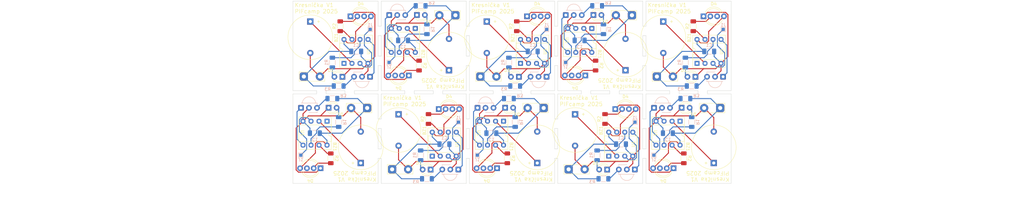
<source format=kicad_pcb>
(kicad_pcb (version 20241229) (generator "pcbnew") (generator_version "9.0")
  (layers (0 "F.Cu" signal) (2 "B.Cu" signal) (13 "F.Paste" user) (15 "B.Paste" user) (5 "F.SilkS" user "F.Silkscreen") (7 "B.SilkS" user "B.Silkscreen") (1 "F.Mask" user) (3 "B.Mask" user) (25 "Edge.Cuts" user))
  (net 0 "")
  (footprint "Buzzer_Beeper:Buzzer_D14mm_H7mm_P10mm" (layer "F.Cu") (at 212.5 71.5 90)
    (property "Reference" "BZ1")
    (property "Value" "Buzzer")
  )
  (footprint "Package_DIP:DIP-8_W7.62mm_Socket" (layer "F.Cu") (at 207.19 39.805 90)
    (property "Reference" "U1")
    (property "Value" "ATtiny85-20P" (hide yes))
  )
  (footprint "TestPoint:TestPoint_2Pads_Pitch5.08mm_Drill1.3mm" (layer "F.Cu") (at 186.54 24.5 180)
    (property "Reference" "BT1" (hide yes))
    (property "Value" "BatteryHolder_2xAAA" (hide yes))
  )
  (footprint "Resistor_SMD:R_1206_3216Metric_Pad1.30x1.75mm_HandSolder" (layer "F.Cu") (at 178 57.5 90)
    (property "Reference" "R2")
    (property "Value" "300R" (hide yes))
  )
  (footprint "Resistor_SMD:R_1206_3216Metric_Pad1.30x1.75mm_HandSolder" (layer "F.Cu") (at 94 28 90)
    (property "Reference" "R2")
    (property "Value" "300R" (hide yes))
  )
  (footprint "TestPoint:TestPoint_2Pads_Pitch5.08mm_Drill1.3mm" (layer "F.Cu") (at 158.54 54 180)
    (property "Reference" "BT1" (hide yes))
    (property "Value" "BatteryHolder_2xAAA" (hide yes))
  )
  (footprint "Resistor_SMD:R_1206_3216Metric_Pad1.30x1.75mm_HandSolder" (layer "F.Cu") (at 203 70 -90)
    (property "Reference" "R2")
    (property "Value" "300R" (hide yes))
  )
  (footprint "Resistor_SMD:R_1206_3216Metric_Pad1.30x1.75mm_HandSolder" (layer "F.Cu") (at 122 57.5 90)
    (property "Reference" "R2")
    (property "Value" "300R" (hide yes))
  )
  (footprint "TestPoint:TestPoint_2Pads_Pitch5.08mm_Drill1.3mm" (layer "F.Cu") (at 130.54 24.5 180)
    (property "Reference" "BT1" (hide yes))
    (property "Value" "BatteryHolder_2xAAA" (hide yes))
  )
  (footprint "Package_DIP:DIP-8_W7.62mm_Socket" (layer "F.Cu") (at 95.19 39.805 90)
    (property "Reference" "U1")
    (property "Value" "ATtiny85-20P" (hide yes))
  )
  (footprint "Package_DIP:DIP-8_W7.62mm_Socket" (layer "F.Cu") (at 123.19 69.305 90)
    (property "Reference" "U1")
    (property "Value" "ATtiny85-20P" (hide yes))
  )
  (footprint "LED_THT:LED_D3.0mm" (layer "F.Cu") (at 150.687669 44.078537 180)
    (property "Reference" "D1")
    (property "Value" "TSAL6200" (hide yes))
  )
  (footprint "TestPoint:TestPoint_2Pads_Pitch5.08mm_Drill1.3mm" (layer "F.Cu") (at 166.46 73.5)
    (property "Reference" "BT1" (hide yes))
    (property "Value" "BatteryHolder_2xAAA" (hide yes))
  )
  (footprint "LED_THT:LED_D3.0mm" (layer "F.Cu") (at 178.687669 73.578537 180)
    (property "Reference" "D1")
    (property "Value" "TSAL6200" (hide yes))
  )
  (footprint "Buzzer_Beeper:Buzzer_D14mm_H7mm_P10mm" (layer "F.Cu") (at 196.5 26.5 -90)
    (property "Reference" "BZ1")
    (property "Value" "Buzzer")
  )
  (footprint "Package_DIP:DIP-8_W7.62mm_Socket" (layer "F.Cu") (at 179.19 69.305 90)
    (property "Reference" "U1")
    (property "Value" "ATtiny85-20P" (hide yes))
  )
  (footprint "LED_THT:LED_D3.0mm" (layer "F.Cu") (at 122.687669 73.578537 180)
    (property "Reference" "D1")
    (property "Value" "TSAL6200" (hide yes))
  )
  (footprint "Buzzer_Beeper:Buzzer_D14mm_H7mm_P10mm" (layer "F.Cu") (at 140.5 26.5 -90)
    (property "Reference" "BZ1")
    (property "Value" "Buzzer")
  )
  (footprint "LED_THT:LED_D5.0mm-4_RGB_Wide_Pins" (layer "F.Cu") (at 153.26 24.835)
    (property "Reference" "D4")
    (property "Value" "LiteOn_LTST-E563C" (hide yes))
  )
  (footprint "LED_THT:LED_D3.0mm" (layer "F.Cu") (at 90.312331 53.921463)
    (property "Reference" "D1")
    (property "Value" "TSAL6200" (hide yes))
  )
  (footprint "Resistor_SMD:R_1206_3216Metric_Pad1.30x1.75mm_HandSolder" (layer "F.Cu") (at 206 28 90)
    (property "Reference" "R2")
    (property "Value" "300R" (hide yes))
  )
  (footprint "TestPoint:TestPoint_2Pads_Pitch5.08mm_Drill1.3mm" (layer "F.Cu") (at 102.54 54 180)
    (property "Reference" "BT1" (hide yes))
    (property "Value" "BatteryHolder_2xAAA" (hide yes))
  )
  (footprint "LED_THT:LED_D5.0mm-4_RGB_Wide_Pins" (layer "F.Cu") (at 97.26 24.835)
    (property "Reference" "D4")
    (property "Value" "LiteOn_LTST-E563C" (hide yes))
  )
  (footprint "LED_THT:LED_D3.0mm" (layer "F.Cu") (at 118.312331 24.421463)
    (property "Reference" "D1")
    (property "Value" "TSAL6200" (hide yes))
  )
  (footprint "Resistor_SMD:R_1206_3216Metric_Pad1.30x1.75mm_HandSolder" (layer "F.Cu") (at 150 28 90)
    (property "Reference" "R2")
    (property "Value" "300R" (hide yes))
  )
  (footprint "Resistor_SMD:R_1206_3216Metric_Pad1.30x1.75mm_HandSolder" (layer "F.Cu") (at 91 70 -90)
    (property "Reference" "R2")
    (property "Value" "300R" (hide yes))
  )
  (footprint "LED_THT:LED_D5.0mm-4_RGB_Wide_Pins" (layer "F.Cu") (at 181.26 54.335)
    (property "Reference" "D4")
    (property "Value" "LiteOn_LTST-E563C" (hide yes))
  )
  (footprint "Package_DIP:DIP-8_W7.62mm_Socket" (layer "F.Cu") (at 151.19 39.805 90)
    (property "Reference" "U1")
    (property "Value" "ATtiny85-20P" (hide yes))
  )
  (footprint "LED_THT:LED_D3.0mm" (layer "F.Cu") (at 202.312331 53.921463)
    (property "Reference" "D1")
    (property "Value" "TSAL6200" (hide yes))
  )
  (footprint "TestPoint:TestPoint_2Pads_Pitch5.08mm_Drill1.3mm" (layer "F.Cu") (at 110.46 73.5)
    (property "Reference" "BT1" (hide yes))
    (property "Value" "BatteryHolder_2xAAA" (hide yes))
  )
  (footprint "TestPoint:TestPoint_2Pads_Pitch5.08mm_Drill1.3mm" (layer "F.Cu") (at 214.54 54 180)
    (property "Reference" "BT1" (hide yes))
    (property "Value" "BatteryHolder_2xAAA" (hide yes))
  )
  (footprint "Buzzer_Beeper:Buzzer_D14mm_H7mm_P10mm" (layer "F.Cu") (at 84.5 26.5 -90)
    (property "Reference" "BZ1")
    (property "Value" "Buzzer")
  )
  (footprint "LED_THT:LED_D3.0mm" (layer "F.Cu") (at 94.687669 44.078537 180)
    (property "Reference" "D1")
    (property "Value" "TSAL6200" (hide yes))
  )
  (footprint "LED_THT:LED_D5.0mm-4_RGB_Wide_Pins" (layer "F.Cu") (at 199.74 73.165 180)
    (property "Reference" "D4")
    (property "Value" "LiteOn_LTST-E563C" (hide yes))
  )
  (footprint "LED_THT:LED_D5.0mm-4_RGB_Wide_Pins" (layer "F.Cu") (at 115.74 43.665 180)
    (property "Reference" "D4")
    (property "Value" "LiteOn_LTST-E563C" (hide yes))
  )
  (footprint "Buzzer_Beeper:Buzzer_D14mm_H7mm_P10mm" (layer "F.Cu") (at 156.5 71.5 90)
    (property "Reference" "BZ1")
    (property "Value" "Buzzer")
  )
  (footprint "Package_DIP:DIP-8_W7.62mm_Socket" (layer "F.Cu") (at 89.81 58.195 -90)
    (property "Reference" "U1")
    (property "Value" "ATtiny85-20P" (hide yes))
  )
  (footprint "LED_THT:LED_D5.0mm-4_RGB_Wide_Pins" (layer "F.Cu") (at 209.26 24.835)
    (property "Reference" "D4")
    (property "Value" "LiteOn_LTST-E563C" (hide yes))
  )
  (footprint "LED_THT:LED_D3.0mm" (layer "F.Cu") (at 206.687669 44.078537 180)
    (property "Reference" "D1")
    (property "Value" "TSAL6200" (hide yes))
  )
  (footprint "TestPoint:TestPoint_2Pads_Pitch5.08mm_Drill1.3mm" (layer "F.Cu") (at 82.46 44)
    (property "Reference" "BT1" (hide yes))
    (property "Value" "BatteryHolder_2xAAA" (hide yes))
  )
  (footprint "LED_THT:LED_D3.0mm" (layer "F.Cu") (at 146.312331 53.921463)
    (property "Reference" "D1")
    (property "Value" "TSAL6200" (hide yes))
  )
  (footprint "LED_THT:LED_D5.0mm-4_RGB_Wide_Pins" (layer "F.Cu") (at 87.74 73.165 180)
    (property "Reference" "D4")
    (property "Value" "LiteOn_LTST-E563C" (hide yes))
  )
  (footprint "LED_THT:LED_D3.0mm" (layer "F.Cu") (at 174.312331 24.421463)
    (property "Reference" "D1")
    (property "Value" "TSAL6200" (hide yes))
  )
  (footprint "LED_THT:LED_D5.0mm-4_RGB_Wide_Pins" (layer "F.Cu") (at 125.26 54.335)
    (property "Reference" "D4")
    (property "Value" "LiteOn_LTST-E563C" (hide yes))
  )
  (footprint "Buzzer_Beeper:Buzzer_D14mm_H7mm_P10mm" (layer "F.Cu") (at 128.5 42 90)
    (property "Reference" "BZ1")
    (property "Value" "Buzzer")
  )
  (footprint "TestPoint:TestPoint_2Pads_Pitch5.08mm_Drill1.3mm" (layer "F.Cu") (at 194.46 44)
    (property "Reference" "BT1" (hide yes))
    (property "Value" "BatteryHolder_2xAAA" (hide yes))
  )
  (footprint "LED_THT:LED_D5.0mm-4_RGB_Wide_Pins" (layer "F.Cu") (at 171.74 43.665 180)
    (property "Reference" "D4")
    (property "Value" "LiteOn_LTST-E563C" (hide yes))
  )
  (footprint "LED_THT:LED_D5.0mm-4_RGB_Wide_Pins" (layer "F.Cu") (at 143.74 73.165 180)
    (property "Reference" "D4")
    (property "Value" "LiteOn_LTST-E563C" (hide yes))
  )
  (footprint "Package_DIP:DIP-8_W7.62mm_Socket" (layer "F.Cu") (at 173.81 28.695 -90)
    (property "Reference" "U1")
    (property "Value" "ATtiny85-20P" (hide yes))
  )
  (footprint "Resistor_SMD:R_1206_3216Metric_Pad1.30x1.75mm_HandSolder" (layer "F.Cu") (at 175 40.5 -90)
    (property "Reference" "R2")
    (property "Value" "300R" (hide yes))
  )
  (footprint "Resistor_SMD:R_1206_3216Metric_Pad1.30x1.75mm_HandSolder" (layer "F.Cu") (at 147 70 -90)
    (property "Reference" "R2")
    (property "Value" "300R" (hide yes))
  )
  (footprint "Package_DIP:DIP-8_W7.62mm_Socket" (layer "F.Cu") (at 145.81 58.195 -90)
    (property "Reference" "U1")
    (property "Value" "ATtiny85-20P" (hide yes))
  )
  (footprint "Buzzer_Beeper:Buzzer_D14mm_H7mm_P10mm" (layer "F.Cu") (at 112.5 56 -90)
    (property "Reference" "BZ1")
    (property "Value" "Buzzer")
  )
  (footprint "Resistor_SMD:R_1206_3216Metric_Pad1.30x1.75mm_HandSolder" (layer "F.Cu") (at 119 40.5 -90)
    (property "Reference" "R2")
    (property "Value" "300R" (hide yes))
  )
  (footprint "Package_DIP:DIP-8_W7.62mm_Socket" (layer "F.Cu") (at 201.81 58.195 -90)
    (property "Reference" "U1")
    (property "Value" "ATtiny85-20P" (hide yes))
  )
  (footprint "TestPoint:TestPoint_2Pads_Pitch5.08mm_Drill1.3mm" (layer "F.Cu") (at 138.46 44)
    (property "Reference" "BT1" (hide yes))
    (property "Value" "BatteryHolder_2xAAA" (hide yes))
  )
  (footprint "Buzzer_Beeper:Buzzer_D14mm_H7mm_P10mm" (layer "F.Cu") (at 100.5 71.5 90)
    (property "Reference" "BZ1")
    (property "Value" "Buzzer")
  )
  (footprint "Buzzer_Beeper:Buzzer_D14mm_H7mm_P10mm" (layer "F.Cu") (at 168.5 56 -90)
    (property "Reference" "BZ1")
    (property "Value" "Buzzer")
  )
  (footprint "Buzzer_Beeper:Buzzer_D14mm_H7mm_P10mm" (layer "F.Cu") (at 184.5 42 90)
    (property "Reference" "BZ1")
    (property "Value" "Buzzer")
  )
  (footprint "Package_DIP:DIP-8_W7.62mm_Socket" (layer "F.Cu") (at 117.81 28.695 -90)
    (property "Reference" "U1")
    (property "Value" "ATtiny85-20P" (hide yes))
  )
  (footprint "Capacitor_SMD:C_1206_3216Metric_Pad1.33x1.80mm_HandSolder" (layer "B.Cu") (at 169.9375 32.5 180)
    (property "Reference" "C1")
    (property "Value" "0.1µF" (hide yes))
  )
  (footprint "TestPoint:TestPoint_Pad_1.0x1.0mm" (layer "B.Cu") (at 109.5 39.5)
    (property "Reference" "J1")
    (property "Value" "Conn_01x01_Pin" (hide yes))
  )
  (footprint "OptoDevice:Vishay_MINICAST-3Pin" (layer "B.Cu") (at 193.542331 53.946463)
    (property "Reference" "U2" (hide yes))
    (property "Value" "TSOP382xx" (hide yes))
  )
  (footprint "Resistor_SMD:R_1206_3216Metric_Pad1.30x1.75mm_HandSolder" (layer "B.Cu") (at 93.5 58.45 90)
    (property "Reference" "R1")
    (property "Value" "47R" (hide yes))
  )
  (footprint "Resistor_SMD:R_1206_3216Metric_Pad1.30x1.75mm_HandSolder" (layer "B.Cu") (at 149.5 58.45 90)
    (property "Reference" "R1")
    (property "Value" "47R" (hide yes))
  )
  (footprint "Resistor_SMD:R_1206_3216Metric_Pad1.30x1.75mm_HandSolder" (layer "B.Cu") (at 177.5 28.95 90)
    (property "Reference" "R1")
    (property "Value" "47R" (hide yes))
  )
  (footprint "TestPoint:TestPoint_Pad_1.0x1.0mm" (layer "B.Cu") (at 81.5 69)
    (property "Reference" "J1")
    (property "Value" "Conn_01x01_Pin" (hide yes))
  )
  (footprint "Resistor_SMD:R_1206_3216Metric_Pad1.30x1.75mm_HandSolder" (layer "B.Cu") (at 149.5 47 180)
    (property "Reference" "R3")
    (property "Value" "100R" (hide yes))
  )
  (footprint "Capacitor_SMD:C_1206_3216Metric_Pad1.33x1.80mm_HandSolder" (layer "B.Cu") (at 85.9375 62 180)
    (property "Reference" "C1")
    (property "Value" "0.1µF" (hide yes))
  )
  (footprint "Capacitor_SMD:C_1206_3216Metric_Pad1.33x1.80mm_HandSolder" (layer "B.Cu") (at 197.9375 62 180)
    (property "Reference" "C1")
    (property "Value" "0.1µF" (hide yes))
  )
  (footprint "OptoDevice:Vishay_MINICAST-3Pin" (layer "B.Cu") (at 103.457669 44.053537 180)
    (property "Reference" "U2" (hide yes))
    (property "Value" "TSOP382xx" (hide yes))
  )
  (footprint "Resistor_SMD:R_1206_3216Metric_Pad1.30x1.75mm_HandSolder" (layer "B.Cu") (at 147.5 39.55 -90)
    (property "Reference" "R1")
    (property "Value" "47R" (hide yes))
  )
  (footprint "Resistor_SMD:R_1206_3216Metric_Pad1.30x1.75mm_HandSolder" (layer "B.Cu") (at 205.5 58.45 90)
    (property "Reference" "R1")
    (property "Value" "47R" (hide yes))
  )
  (footprint "TestPoint:TestPoint_Pad_1.0x1.0mm" (layer "B.Cu") (at 137.5 69)
    (property "Reference" "J1")
    (property "Value" "Conn_01x01_Pin" (hide yes))
  )
  (footprint "TestPoint:TestPoint_Pad_1.0x1.0mm" (layer "B.Cu") (at 187.5 58.5 180)
    (property "Reference" "J1")
    (property "Value" "Conn_01x01_Pin" (hide yes))
  )
  (footprint "Capacitor_SMD:C_1206_3216Metric_Pad1.33x1.80mm_HandSolder" (layer "B.Cu") (at 127.0625 65.5)
    (property "Reference" "C1")
    (property "Value" "0.1µF" (hide yes))
  )
  (footprint "OptoDevice:Vishay_MINICAST-3Pin" (layer "B.Cu") (at 165.542331 24.446463)
    (property "Reference" "U2" (hide yes))
    (property "Value" "TSOP382xx" (hide yes))
  )
  (footprint "Resistor_SMD:R_1206_3216Metric_Pad1.30x1.75mm_HandSolder" (layer "B.Cu") (at 91.5 39.55 -90)
    (property "Reference" "R1")
    (property "Value" "47R" (hide yes))
  )
  (footprint "Capacitor_SMD:C_1206_3216Metric_Pad1.33x1.80mm_HandSolder" (layer "B.Cu") (at 113.9375 32.5 180)
    (property "Reference" "C1")
    (property "Value" "0.1µF" (hide yes))
  )
  (footprint "OptoDevice:Vishay_MINICAST-3Pin" (layer "B.Cu") (at 215.457669 44.053537 180)
    (property "Reference" "U2" (hide yes))
    (property "Value" "TSOP382xx" (hide yes))
  )
  (footprint "Resistor_SMD:R_1206_3216Metric_Pad1.30x1.75mm_HandSolder" (layer "B.Cu") (at 119.5 69.05 -90)
    (property "Reference" "R1")
    (property "Value" "47R" (hide yes))
  )
  (footprint "Resistor_SMD:R_1206_3216Metric_Pad1.30x1.75mm_HandSolder" (layer "B.Cu") (at 147.5 51)
    (property "Reference" "R3")
    (property "Value" "100R" (hide yes))
  )
  (footprint "Capacitor_SMD:C_1206_3216Metric_Pad1.33x1.80mm_HandSolder" (layer "B.Cu") (at 211.0625 36)
    (property "Reference" "C1")
    (property "Value" "0.1µF" (hide yes))
  )
  (footprint "Capacitor_SMD:C_1206_3216Metric_Pad1.33x1.80mm_HandSolder" (layer "B.Cu") (at 141.9375 62 180)
    (property "Reference" "C1")
    (property "Value" "0.1µF" (hide yes))
  )
  (footprint "Resistor_SMD:R_1206_3216Metric_Pad1.30x1.75mm_HandSolder" (layer "B.Cu") (at 205.5 47 180)
    (property "Reference" "R3")
    (property "Value" "100R" (hide yes))
  )
  (footprint "TestPoint:TestPoint_Pad_1.0x1.0mm" (layer "B.Cu") (at 103.5 29 180)
    (property "Reference" "J1")
    (property "Value" "Conn_01x01_Pin" (hide yes))
  )
  (footprint "TestPoint:TestPoint_Pad_1.0x1.0mm" (layer "B.Cu") (at 159.5 29 180)
    (property "Reference" "J1")
    (property "Value" "Conn_01x01_Pin" (hide yes))
  )
  (footprint "OptoDevice:Vishay_MINICAST-3Pin" (layer "B.Cu") (at 109.542331 24.446463)
    (property "Reference" "U2" (hide yes))
    (property "Value" "TSOP382xx" (hide yes))
  )
  (footprint "Resistor_SMD:R_1206_3216Metric_Pad1.30x1.75mm_HandSolder" (layer "B.Cu") (at 121.5 28.95 90)
    (property "Reference" "R1")
    (property "Value" "47R" (hide yes))
  )
  (footprint "Resistor_SMD:R_1206_3216Metric_Pad1.30x1.75mm_HandSolder" (layer "B.Cu") (at 175.5 21.5)
    (property "Reference" "R3")
    (property "Value" "100R" (hide yes))
  )
  (footprint "Resistor_SMD:R_1206_3216Metric_Pad1.30x1.75mm_HandSolder" (layer "B.Cu") (at 203.5 51)
    (property "Reference" "R3")
    (property "Value" "100R" (hide yes))
  )
  (footprint "Resistor_SMD:R_1206_3216Metric_Pad1.30x1.75mm_HandSolder" (layer "B.Cu") (at 93.5 47 180)
    (property "Reference" "R3")
    (property "Value" "100R" (hide yes))
  )
  (footprint "Resistor_SMD:R_1206_3216Metric_Pad1.30x1.75mm_HandSolder" (layer "B.Cu") (at 175.5 69.05 -90)
    (property "Reference" "R1")
    (property "Value" "47R" (hide yes))
  )
  (footprint "Resistor_SMD:R_1206_3216Metric_Pad1.30x1.75mm_HandSolder" (layer "B.Cu") (at 91.5 51)
    (property "Reference" "R3")
    (property "Value" "100R" (hide yes))
  )
  (footprint "TestPoint:TestPoint_Pad_1.0x1.0mm" (layer "B.Cu") (at 193.5 69)
    (property "Reference" "J1")
    (property "Value" "Conn_01x01_Pin" (hide yes))
  )
  (footprint "Resistor_SMD:R_1206_3216Metric_Pad1.30x1.75mm_HandSolder" (layer "B.Cu") (at 203.5 39.55 -90)
    (property "Reference" "R1")
    (property "Value" "47R" (hide yes))
  )
  (footprint "OptoDevice:Vishay_MINICAST-3Pin" (layer "B.Cu") (at 131.457669 73.553537 180)
    (property "Reference" "U2" (hide yes))
    (property "Value" "TSOP382xx" (hide yes))
  )
  (footprint "OptoDevice:Vishay_MINICAST-3Pin" (layer "B.Cu") (at 187.457669 73.553537 180)
    (property "Reference" "U2" (hide yes))
    (property "Value" "TSOP382xx" (hide yes))
  )
  (footprint "OptoDevice:Vishay_MINICAST-3Pin" (layer "B.Cu") (at 137.542331 53.946463)
    (property "Reference" "U2" (hide yes))
    (property "Value" "TSOP382xx" (hide yes))
  )
  (footprint "Resistor_SMD:R_1206_3216Metric_Pad1.30x1.75mm_HandSolder" (layer "B.Cu") (at 121.5 76.5 180)
    (property "Reference" "R3")
    (property "Value" "100R" (hide yes))
  )
  (footprint "Capacitor_SMD:C_1206_3216Metric_Pad1.33x1.80mm_HandSolder" (layer "B.Cu") (at 155.0625 36)
    (property "Reference" "C1")
    (property "Value" "0.1µF" (hide yes))
  )
  (footprint "TestPoint:TestPoint_Pad_1.0x1.0mm" (layer "B.Cu") (at 165.5 39.5)
    (property "Reference" "J1")
    (property "Value" "Conn_01x01_Pin" (hide yes))
  )
  (footprint "Capacitor_SMD:C_1206_3216Metric_Pad1.33x1.80mm_HandSolder" (layer "B.Cu") (at 183.0625 65.5)
    (property "Reference" "C1")
    (property "Value" "0.1µF" (hide yes))
  )
  (footprint "Resistor_SMD:R_1206_3216Metric_Pad1.30x1.75mm_HandSolder" (layer "B.Cu") (at 119.5 21.5)
    (property "Reference" "R3")
    (property "Value" "100R" (hide yes))
  )
  (footprint "OptoDevice:Vishay_MINICAST-3Pin" (layer "B.Cu") (at 159.457669 44.053537 180)
    (property "Reference" "U2" (hide yes))
    (property "Value" "TSOP382xx" (hide yes))
  )
  (footprint "Capacitor_SMD:C_1206_3216Metric_Pad1.33x1.80mm_HandSolder" (layer "B.Cu") (at 99.0625 36)
    (property "Reference" "C1")
    (property "Value" "0.1µF" (hide yes))
  )
  (footprint "TestPoint:TestPoint_Pad_1.0x1.0mm" (layer "B.Cu") (at 215.5 29 180)
    (property "Reference" "J1")
    (property "Value" "Conn_01x01_Pin" (hide yes))
  )
  (footprint "OptoDevice:Vishay_MINICAST-3Pin" (layer "B.Cu") (at 81.542331 53.946463)
    (property "Reference" "U2" (hide yes))
    (property "Value" "TSOP382xx" (hide yes))
  )
  (footprint "Resistor_SMD:R_1206_3216Metric_Pad1.30x1.75mm_HandSolder" (layer "B.Cu") (at 177.5 76.5 180)
    (property "Reference" "R3")
    (property "Value" "100R" (hide yes))
  )
  (footprint "TestPoint:TestPoint_Pad_1.0x1.0mm" (layer "B.Cu") (at 131.5 58.5 180)
    (property "Reference" "J1")
    (property "Value" "Conn_01x01_Pin" (hide yes))
  )
  (gr_line (start 207.5 48.9995) (end 207.5 49.0015) (stroke (width 0.1)) (layer "Edge.Cuts"))
  (gr_line (start 106.501 37.5) (end 106.499 37.5) (stroke (width 0.1)) (layer "Edge.Cuts"))
  (gr_line (start 163 28) (end 162.501 28) (stroke (width 0.1)) (layer "Edge.Cuts"))
  (gr_line (start 162.499 60.5) (end 162.501 60.5) (stroke (width 0.1)) (layer "Edge.Cuts"))
  (gr_line (start 134.501 40.5) (end 135 40.5) (stroke (width 0.1)) (layer "Edge.Cuts"))
  (gr_line (start 142.5 48.9995) (end 142.5 49.0015) (stroke (width 0.1)) (layer "Edge.Cuts"))
  (gr_line (start 134.499 40.5) (end 134.501 40.5) (stroke (width 0.1)) (layer "Edge.Cuts"))
  (gr_line (start 134 60.5) (end 134.499 60.5) (stroke (width 0.1)) (layer "Edge.Cuts"))
  (gr_line (start 162.499 37.5) (end 162 37.5) (stroke (width 0.1)) (layer "Edge.Cuts"))
  (gr_line (start 163 48.5) (end 170.5 48.5) (stroke (width 0.1)) (layer "Edge.Cuts"))
  (gr_line (start 182.5 48.5) (end 190 48.5) (stroke (width 0.1)) (layer "Edge.Cuts"))
  (gr_line (start 114.5 48.9995) (end 114.5 49.0015) (stroke (width 0.1)) (layer "Edge.Cuts"))
  (gr_line (start 95.5 48.9995) (end 95.5 49.0015) (stroke (width 0.1)) (layer "Edge.Cuts"))
  (gr_line (start 134.501 70) (end 135 70) (stroke (width 0.1)) (layer "Edge.Cuts"))
  (gr_line (start 135 28) (end 134.501 28) (stroke (width 0.1)) (layer "Edge.Cuts"))
  (gr_line (start 134.499 57.5) (end 134 57.5) (stroke (width 0.1)) (layer "Edge.Cuts"))
  (gr_line (start 134.499 28) (end 134 28) (stroke (width 0.1)) (layer "Edge.Cuts"))
  (gr_line (start 162 31) (end 162.499 31) (stroke (width 0.1)) (layer "Edge.Cuts"))
  (gr_line (start 198.5 49.5) (end 191 49.5) (stroke (width 0.1)) (layer "Edge.Cuts"))
  (gr_line (start 182.5 49.5) (end 182.5 49.0015) (stroke (width 0.1)) (layer "Edge.Cuts"))
  (gr_line (start 134 37.5) (end 134 31) (stroke (width 0.1)) (layer "Edge.Cuts"))
  (gr_line (start 151.5 49.5) (end 145.5 49.5) (stroke (width 0.1)) (layer "Edge.Cuts"))
  (gr_line (start 79 78) (end 106 78) (stroke (width 0.1)) (layer "Edge.Cuts"))
  (gr_line (start 191 49.5) (end 191 57.5) (stroke (width 0.1)) (layer "Edge.Cuts"))
  (gr_line (start 191 20) (end 191 28) (stroke (width 0.1)) (layer "Edge.Cuts"))
  (gr_line (start 162 37.5) (end 162 31) (stroke (width 0.1)) (layer "Edge.Cuts"))
  (gr_line (start 191 37.5) (end 190.501 37.5) (stroke (width 0.1)) (layer "Edge.Cuts"))
  (gr_line (start 134.501 37.5) (end 134.499 37.5) (stroke (width 0.1)) (layer "Edge.Cuts"))
  (gr_line (start 173.5 49.0015) (end 173.5 48.9995) (stroke (width 0.1)) (layer "Edge.Cuts"))
  (gr_line (start 117.5 49.5) (end 117.5 49.0015) (stroke (width 0.1)) (layer "Edge.Cuts"))
  (gr_line (start 107 31) (end 107 37.5) (stroke (width 0.1)) (layer "Edge.Cuts"))
  (gr_line (start 106 49.5) (end 98.5 49.5) (stroke (width 0.1)) (layer "Edge.Cuts"))
  (gr_line (start 163 40.5) (end 163 48.5) (stroke (width 0.1)) (layer "Edge.Cuts"))
  (gr_line (start 107 20) (end 107 28) (stroke (width 0.1)) (layer "Edge.Cuts"))
  (gr_line (start 179.5 48.5) (end 179.5 48.9995) (stroke (width 0.1)) (layer "Edge.Cuts"))
  (gr_line (start 163 57.5) (end 162.501 57.5) (stroke (width 0.1)) (layer "Edge.Cuts"))
  (gr_line (start 106 37.5) (end 106 31) (stroke (width 0.1)) (layer "Edge.Cuts"))
  (gr_line (start 190 20) (end 163 20) (stroke (width 0.1)) (layer "Edge.Cuts"))
  (gr_line (start 134.499 70) (end 134.501 70) (stroke (width 0.1)) (layer "Edge.Cuts"))
  (gr_line (start 134 48.5) (end 134 40.5) (stroke (width 0.1)) (layer "Edge.Cuts"))
  (gr_line (start 190.499 37.5) (end 190 37.5) (stroke (width 0.1)) (layer "Edge.Cuts"))
  (gr_line (start 134 49.5) (end 126.5 49.5) (stroke (width 0.1)) (layer "Edge.Cuts"))
  (gr_line (start 210.5 49.0015) (end 210.5 48.9995) (stroke (width 0.1)) (layer "Edge.Cuts"))
  (gr_line (start 134.499 31) (end 134.501 31) (stroke (width 0.1)) (layer "Edge.Cuts"))
  (gr_line (start 86.5 49.0015) (end 86.5 49.5) (stroke (width 0.1)) (layer "Edge.Cuts"))
  (gr_line (start 134.501 60.5) (end 135 60.5) (stroke (width 0.1)) (layer "Edge.Cuts"))
  (gr_line (start 191 48.5) (end 198.5 48.5) (stroke (width 0.1)) (layer "Edge.Cuts"))
  (gr_line (start 218 48.5) (end 218 20) (stroke (width 0.1)) (layer "Edge.Cuts"))
  (gr_line (start 190.499 60.5) (end 190.501 60.5) (stroke (width 0.1)) (layer "Edge.Cuts"))
  (gr_line (start 162 20) (end 135 20) (stroke (width 0.1)) (layer "Edge.Cuts"))
  (gr_line (start 142.5 49.5) (end 135 49.5) (stroke (width 0.1)) (layer "Edge.Cuts"))
  (gr_line (start 218 20) (end 191 20) (stroke (width 0.1)) (layer "Edge.Cuts"))
  (gr_line (start 163 37.5) (end 162.501 37.5) (stroke (width 0.1)) (layer "Edge.Cuts"))
  (gr_line (start 163 60.5) (end 163 67) (stroke (width 0.1)) (layer "Edge.Cuts"))
  (gr_line (start 126.5 49.5) (end 126.5 49.0015) (stroke (width 0.1)) (layer "Edge.Cuts"))
  (gr_line (start 191 40.5) (end 191 48.5) (stroke (width 0.1)) (layer "Edge.Cuts"))
  (gr_line (start 162.501 70) (end 163 70) (stroke (width 0.1)) (layer "Edge.Cuts"))
  (gr_line (start 134 67) (end 134 60.5) (stroke (width 0.1)) (layer "Edge.Cuts"))
  (gr_line (start 142.5 49.0015) (end 142.5 49.5) (stroke (width 0.1)) (layer "Edge.Cuts"))
  (gr_line (start 162.501 31) (end 163 31) (stroke (width 0.1)) (layer "Edge.Cuts"))
  (gr_line (start 134.499 37.5) (end 134 37.5) (stroke (width 0.1)) (layer "Edge.Cuts"))
  (gr_line (start 98.5 49.0015) (end 98.5 48.9995) (stroke (width 0.1)) (layer "Edge.Cuts"))
  (gr_line (start 134 70) (end 134.499 70) (stroke (width 0.1)) (layer "Edge.Cuts"))
  (gr_line (start 162 70) (end 162.499 70) (stroke (width 0.1)) (layer "Edge.Cuts"))
  (gr_line (start 190 40.5) (end 190.499 40.5) (stroke (width 0.1)) (layer "Edge.Cuts"))
  (gr_line (start 106.499 37.5) (end 106 37.5) (stroke (width 0.1)) (layer "Edge.Cuts"))
  (gr_line (start 151.5 48.5) (end 151.5 48.9995) (stroke (width 0.1)) (layer "Edge.Cuts"))
  (gr_line (start 191 28) (end 190.501 28) (stroke (width 0.1)) (layer "Edge.Cuts"))
  (gr_line (start 191 57.5) (end 190.501 57.5) (stroke (width 0.1)) (layer "Edge.Cuts"))
  (gr_line (start 191 31) (end 191 37.5) (stroke (width 0.1)) (layer "Edge.Cuts"))
  (gr_line (start 207.5 48.5) (end 207.5 48.9995) (stroke (width 0.1)) (layer "Edge.Cuts"))
  (gr_line (start 106 40.5) (end 106.499 40.5) (stroke (width 0.1)) (layer "Edge.Cuts"))
  (gr_line (start 198.5 48.5) (end 198.5 48.9995) (stroke (width 0.1)) (layer "Edge.Cuts"))
  (gr_line (start 135 60.5) (end 135 67) (stroke (width 0.1)) (layer "Edge.Cuts"))
  (gr_line (start 142.5 48.5) (end 142.5 48.9995) (stroke (width 0.1)) (layer "Edge.Cuts"))
  (gr_line (start 162.499 67) (end 162 67) (stroke (width 0.1)) (layer "Edge.Cuts"))
  (gr_line (start 190 70) (end 190.499 70) (stroke (width 0.1)) (layer "Edge.Cuts"))
  (gr_line (start 107 78) (end 134 78) (stroke (width 0.1)) (layer "Edge.Cuts"))
  (gr_line (start 123.5 49.0015) (end 123.5 49.5) (stroke (width 0.1)) (layer "Edge.Cuts"))
  (gr_line (start 190.499 70) (end 190.501 70) (stroke (width 0.1)) (layer "Edge.Cuts"))
  (gr_line (start 207.5 49.0015) (end 207.5 49.5) (stroke (width 0.1)) (layer "Edge.Cuts"))
  (gr_line (start 107 37.5) (end 106.501 37.5) (stroke (width 0.1)) (layer "Edge.Cuts"))
  (gr_line (start 106 70) (end 106.499 70) (stroke (width 0.1)) (layer "Edge.Cuts"))
  (gr_line (start 86.5 48.9995) (end 86.5 49.0015) (stroke (width 0.1)) (layer "Edge.Cuts"))
  (gr_line (start 162 57.5) (end 162 49.5) (stroke (width 0.1)) (layer "Edge.Cuts"))
  (gr_line (start 126.5 48.9995) (end 126.5 48.5) (stroke (width 0.1)) (layer "Edge.Cuts"))
  (gr_line (start 106.499 67) (end 106 67) (stroke (width 0.1)) (layer "Edge.Cuts"))
  (gr_line (start 117.5 48.9995) (end 117.5 48.5) (stroke (width 0.1)) (layer "Edge.Cuts"))
  (gr_line (start 163 31) (end 163 37.5) (stroke (width 0.1)) (layer "Edge.Cuts"))
  (gr_line (start 145.5 48.9995) (end 145.5 48.5) (stroke (width 0.1)) (layer "Edge.Cuts"))
  (gr_line (start 106.499 60.5) (end 106.501 60.5) (stroke (width 0.1)) (layer "Edge.Cuts"))
  (gr_line (start 162.501 57.5) (end 162.499 57.5) (stroke (width 0.1)) (layer "Edge.Cuts"))
  (gr_line (start 190.501 60.5) (end 191 60.5) (stroke (width 0.1)) (layer "Edge.Cuts"))
  (gr_line (start 86.5 48.5) (end 86.5 48.9995) (stroke (width 0.1)) (layer "Edge.Cuts"))
  (gr_line (start 190.501 31) (end 191 31) (stroke (width 0.1)) (layer "Edge.Cuts"))
  (gr_line (start 190 60.5) (end 190.499 60.5) (stroke (width 0.1)) (layer "Edge.Cuts"))
  (gr_line (start 162 48.5) (end 162 40.5) (stroke (width 0.1)) (layer "Edge.Cuts"))
  (gr_line (start 201.5 48.5) (end 207.5 48.5) (stroke (width 0.1)) (layer "Edge.Cuts"))
  (gr_line (start 173.5 49.5) (end 173.5 49.0015) (stroke (width 0.1)) (layer "Edge.Cuts"))
  (gr_line (start 135 40.5) (end 135 48.5) (stroke (width 0.1)) (layer "Edge.Cuts"))
  (gr_line (start 179.5 49.5) (end 173.5 49.5) (stroke (width 0.1)) (layer "Edge.Cuts"))
  (gr_line (start 151.5 48.9995) (end 151.5 49.0015) (stroke (width 0.1)) (layer "Edge.Cuts"))
  (gr_line (start 98.5 49.5) (end 98.5 49.0015) (stroke (width 0.1)) (layer "Edge.Cuts"))
  (gr_line (start 190.499 57.5) (end 190 57.5) (stroke (width 0.1)) (layer "Edge.Cuts"))
  (gr_line (start 201.5 48.9995) (end 201.5 48.5) (stroke (width 0.1)) (layer "Edge.Cuts"))
  (gr_line (start 162 67) (end 162 60.5) (stroke (width 0.1)) (layer "Edge.Cuts"))
  (gr_line (start 134.499 67) (end 134 67) (stroke (width 0.1)) (layer "Edge.Cuts"))
  (gr_line (start 135 78) (end 162 78) (stroke (width 0.1)) (layer "Edge.Cuts"))
  (gr_line (start 210.5 48.9995) (end 210.5 48.5) (stroke (width 0.1)) (layer "Edge.Cuts"))
  (gr_line (start 98.5 48.5) (end 106 48.5) (stroke (width 0.1)) (layer "Edge.Cuts"))
  (gr_line (start 151.5 49.0015) (end 151.5 49.5) (stroke (width 0.1)) (layer "Edge.Cuts"))
  (gr_line (start 106 20) (end 79 20) (stroke (width 0.1)) (layer "Edge.Cuts"))
  (gr_line (start 163 70) (end 163 78) (stroke (width 0.1)) (layer "Edge.Cuts"))
  (gr_line (start 162.501 60.5) (end 163 60.5) (stroke (width 0.1)) (layer "Edge.Cuts"))
  (gr_line (start 162.499 70) (end 162.501 70) (stroke (width 0.1)) (layer "Edge.Cuts"))
  (gr_line (start 106.499 40.5) (end 106.501 40.5) (stroke (width 0.1)) (layer "Edge.Cuts"))
  (gr_line (start 89.5 48.5) (end 95.5 48.5) (stroke (width 0.1)) (layer "Edge.Cuts"))
  (gr_line (start 134.501 28) (end 134.499 28) (stroke (width 0.1)) (layer "Edge.Cuts"))
  (gr_line (start 162.501 67) (end 162.499 67) (stroke (width 0.1)) (layer "Edge.Cuts"))
  (gr_line (start 218 49.5) (end 210.5 49.5) (stroke (width 0.1)) (layer "Edge.Cuts"))
  (gr_line (start 191 70) (end 191 78) (stroke (width 0.1)) (layer "Edge.Cuts"))
  (gr_line (start 98.5 48.9995) (end 98.5 48.5) (stroke (width 0.1)) (layer "Edge.Cuts"))
  (gr_line (start 162.499 57.5) (end 162 57.5) (stroke (width 0.1)) (layer "Edge.Cuts"))
  (gr_line (start 134 31) (end 134.499 31) (stroke (width 0.1)) (layer "Edge.Cuts"))
  (gr_line (start 154.5 48.9995) (end 154.5 48.5) (stroke (width 0.1)) (layer "Edge.Cuts"))
  (gr_line (start 170.5 48.9995) (end 170.5 49.0015) (stroke (width 0.1)) (layer "Edge.Cuts"))
  (gr_line (start 162 49.5) (end 154.5 49.5) (stroke (width 0.1)) (layer "Edge.Cuts"))
  (gr_line (start 106.501 28) (end 106.499 28) (stroke (width 0.1)) (layer "Edge.Cuts"))
  (gr_line (start 79 49.5) (end 79 78) (stroke (width 0.1)) (layer "Edge.Cuts"))
  (gr_line (start 191 67) (end 190.501 67) (stroke (width 0.1)) (layer "Edge.Cuts"))
  (gr_line (start 107 48.5) (end 114.5 48.5) (stroke (width 0.1)) (layer "Edge.Cuts"))
  (gr_line (start 135 57.5) (end 134.501 57.5) (stroke (width 0.1)) (layer "Edge.Cuts"))
  (gr_line (start 134.499 60.5) (end 134.501 60.5) (stroke (width 0.1)) (layer "Edge.Cuts"))
  (gr_line (start 135 49.5) (end 135 57.5) (stroke (width 0.1)) (layer "Edge.Cuts"))
  (gr_line (start 79 20) (end 79 48.5) (stroke (width 0.1)) (layer "Edge.Cuts"))
  (gr_line (start 170.5 48.5) (end 170.5 48.9995) (stroke (width 0.1)) (layer "Edge.Cuts"))
  (gr_line (start 114.5 49.5) (end 107 49.5) (stroke (width 0.1)) (layer "Edge.Cuts"))
  (gr_line (start 190 28) (end 190 20) (stroke (width 0.1)) (layer "Edge.Cuts"))
  (gr_line (start 106 28) (end 106 20) (stroke (width 0.1)) (layer "Edge.Cuts"))
  (gr_line (start 162 60.5) (end 162.499 60.5) (stroke (width 0.1)) (layer "Edge.Cuts"))
  (gr_line (start 190.501 37.5) (end 190.499 37.5) (stroke (width 0.1)) (layer "Edge.Cuts"))
  (gr_line (start 154.5 48.5) (end 162 48.5) (stroke (width 0.1)) (layer "Edge.Cuts"))
  (gr_line (start 163 49.5) (end 163 57.5) (stroke (width 0.1)) (layer "Edge.Cuts"))
  (gr_line (start 145.5 49.0015) (end 145.5 48.9995) (stroke (width 0.1)) (layer "Edge.Cuts"))
  (gr_line (start 107 28) (end 106.501 28) (stroke (width 0.1)) (layer "Edge.Cuts"))
  (gr_line (start 134.501 67) (end 134.499 67) (stroke (width 0.1)) (layer "Edge.Cuts"))
  (gr_line (start 179.5 49.0015) (end 179.5 49.5) (stroke (width 0.1)) (layer "Edge.Cuts"))
  (gr_line (start 179.5 48.9995) (end 179.5 49.0015) (stroke (width 0.1)) (layer "Edge.Cuts"))
  (gr_line (start 198.5 49.0015) (end 198.5 49.5) (stroke (width 0.1)) (layer "Edge.Cuts"))
  (gr_line (start 123.5 49.5) (end 117.5 49.5) (stroke (width 0.1)) (layer "Edge.Cuts"))
  (gr_line (start 162.499 31) (end 162.501 31) (stroke (width 0.1)) (layer "Edge.Cuts"))
  (gr_line (start 107 40.5) (end 107 48.5) (stroke (width 0.1)) (layer "Edge.Cuts"))
  (gr_line (start 95.5 49.5) (end 89.5 49.5) (stroke (width 0.1)) (layer "Edge.Cuts"))
  (gr_line (start 210.5 49.5) (end 210.5 49.0015) (stroke (width 0.1)) (layer "Edge.Cuts"))
  (gr_line (start 106.499 70) (end 106.501 70) (stroke (width 0.1)) (layer "Edge.Cuts"))
  (gr_line (start 107 67) (end 106.501 67) (stroke (width 0.1)) (layer "Edge.Cuts"))
  (gr_line (start 207.5 49.5) (end 201.5 49.5) (stroke (width 0.1)) (layer "Edge.Cuts"))
  (gr_line (start 106 57.5) (end 106 49.5) (stroke (width 0.1)) (layer "Edge.Cuts"))
  (gr_line (start 134 57.5) (end 134 49.5) (stroke (width 0.1)) (layer "Edge.Cuts"))
  (gr_line (start 173.5 48.5) (end 179.5 48.5) (stroke (width 0.1)) (layer "Edge.Cuts"))
  (gr_line (start 107 49.5) (end 107 57.5) (stroke (width 0.1)) (layer "Edge.Cuts"))
  (gr_line (start 170.5 49.5) (end 163 49.5) (stroke (width 0.1)) (layer "Edge.Cuts"))
  (gr_line (start 106 60.5) (end 106.499 60.5) (stroke (width 0.1)) (layer "Edge.Cuts"))
  (gr_line (start 79 48.5) (end 86.5 48.5) (stroke (width 0.1)) (layer "Edge.Cuts"))
  (gr_line (start 201.5 49.0015) (end 201.5 48.9995) (stroke (width 0.1)) (layer "Edge.Cuts"))
  (gr_line (start 145.5 49.5) (end 145.5 49.0015) (stroke (width 0.1)) (layer "Edge.Cuts"))
  (gr_line (start 182.5 49.0015) (end 182.5 48.9995) (stroke (width 0.1)) (layer "Edge.Cuts"))
  (gr_line (start 134 78) (end 134 70) (stroke (width 0.1)) (layer "Edge.Cuts"))
  (gr_line (start 163 67) (end 162.501 67) (stroke (width 0.1)) (layer "Edge.Cuts"))
  (gr_line (start 134 28) (end 134 20) (stroke (width 0.1)) (layer "Edge.Cuts"))
  (gr_line (start 135 48.5) (end 142.5 48.5) (stroke (width 0.1)) (layer "Edge.Cuts"))
  (gr_line (start 154.5 49.5) (end 154.5 49.0015) (stroke (width 0.1)) (layer "Edge.Cuts"))
  (gr_line (start 117.5 49.0015) (end 117.5 48.9995) (stroke (width 0.1)) (layer "Edge.Cuts"))
  (gr_line (start 95.5 48.5) (end 95.5 48.9995) (stroke (width 0.1)) (layer "Edge.Cuts"))
  (gr_line (start 126.5 49.0015) (end 126.5 48.9995) (stroke (width 0.1)) (layer "Edge.Cuts"))
  (gr_line (start 106 48.5) (end 106 40.5) (stroke (width 0.1)) (layer "Edge.Cuts"))
  (gr_line (start 95.5 49.0015) (end 95.5 49.5) (stroke (width 0.1)) (layer "Edge.Cuts"))
  (gr_line (start 89.5 49.5) (end 89.5 49.0015) (stroke (width 0.1)) (layer "Edge.Cuts"))
  (gr_line (start 190 37.5) (end 190 31) (stroke (width 0.1)) (layer "Edge.Cuts"))
  (gr_line (start 114.5 49.0015) (end 114.5 49.5) (stroke (width 0.1)) (layer "Edge.Cuts"))
  (gr_line (start 173.5 48.9995) (end 173.5 48.5) (stroke (width 0.1)) (layer "Edge.Cuts"))
  (gr_line (start 145.5 48.5) (end 151.5 48.5) (stroke (width 0.1)) (layer "Edge.Cuts"))
  (gr_line (start 190.499 31) (end 190.501 31) (stroke (width 0.1)) (layer "Edge.Cuts"))
  (gr_line (start 106.499 28) (end 106 28) (stroke (width 0.1)) (layer "Edge.Cuts"))
  (gr_line (start 218 78) (end 218 49.5) (stroke (width 0.1)) (layer "Edge.Cuts"))
  (gr_line (start 107 57.5) (end 106.501 57.5) (stroke (width 0.1)) (layer "Edge.Cuts"))
  (gr_line (start 107 60.5) (end 107 67) (stroke (width 0.1)) (layer "Edge.Cuts"))
  (gr_line (start 106 78) (end 106 70) (stroke (width 0.1)) (layer "Edge.Cuts"))
  (gr_line (start 190 49.5) (end 182.5 49.5) (stroke (width 0.1)) (layer "Edge.Cuts"))
  (gr_line (start 89.5 48.9995) (end 89.5 48.5) (stroke (width 0.1)) (layer "Edge.Cuts"))
  (gr_line (start 190.501 67) (end 190.499 67) (stroke (width 0.1)) (layer "Edge.Cuts"))
  (gr_line (start 135 31) (end 135 37.5) (stroke (width 0.1)) (layer "Edge.Cuts"))
  (gr_line (start 106.499 31) (end 106.501 31) (stroke (width 0.1)) (layer "Edge.Cuts"))
  (gr_line (start 123.5 48.5) (end 123.5 48.9995) (stroke (width 0.1)) (layer "Edge.Cuts"))
  (gr_line (start 198.5 48.9995) (end 198.5 49.0015) (stroke (width 0.1)) (layer "Edge.Cuts"))
  (gr_line (start 170.5 49.0015) (end 170.5 49.5) (stroke (width 0.1)) (layer "Edge.Cuts"))
  (gr_line (start 162 40.5) (end 162.499 40.5) (stroke (width 0.1)) (layer "Edge.Cuts"))
  (gr_line (start 162 28) (end 162 20) (stroke (width 0.1)) (layer "Edge.Cuts"))
  (gr_line (start 163 78) (end 190 78) (stroke (width 0.1)) (layer "Edge.Cuts"))
  (gr_line (start 134 20) (end 107 20) (stroke (width 0.1)) (layer "Edge.Cuts"))
  (gr_line (start 123.5 48.9995) (end 123.5 49.0015) (stroke (width 0.1)) (layer "Edge.Cuts"))
  (gr_line (start 190 57.5) (end 190 49.5) (stroke (width 0.1)) (layer "Edge.Cuts"))
  (gr_line (start 106.501 67) (end 106.499 67) (stroke (width 0.1)) (layer "Edge.Cuts"))
  (gr_line (start 114.5 48.5) (end 114.5 48.9995) (stroke (width 0.1)) (layer "Edge.Cuts"))
  (gr_line (start 106.501 57.5) (end 106.499 57.5) (stroke (width 0.1)) (layer "Edge.Cuts"))
  (gr_line (start 126.5 48.5) (end 134 48.5) (stroke (width 0.1)) (layer "Edge.Cuts"))
  (gr_line (start 135 67) (end 134.501 67) (stroke (width 0.1)) (layer "Edge.Cuts"))
  (gr_line (start 190.499 67) (end 190 67) (stroke (width 0.1)) (layer "Edge.Cuts"))
  (gr_line (start 135 70) (end 135 78) (stroke (width 0.1)) (layer "Edge.Cuts"))
  (gr_line (start 190.499 28) (end 190 28) (stroke (width 0.1)) (layer "Edge.Cuts"))
  (gr_line (start 191 60.5) (end 191 67) (stroke (width 0.1)) (layer "Edge.Cuts"))
  (gr_line (start 86.5 49.5) (end 79 49.5) (stroke (width 0.1)) (layer "Edge.Cuts"))
  (gr_line (start 190.501 28) (end 190.499 28) (stroke (width 0.1)) (layer "Edge.Cuts"))
  (gr_line (start 190.501 70) (end 191 70) (stroke (width 0.1)) (layer "Edge.Cuts"))
  (gr_line (start 162.499 40.5) (end 162.501 40.5) (stroke (width 0.1)) (layer "Edge.Cuts"))
  (gr_line (start 117.5 48.5) (end 123.5 48.5) (stroke (width 0.1)) (layer "Edge.Cuts"))
  (gr_line (start 201.5 49.5) (end 201.5 49.0015) (stroke (width 0.1)) (layer "Edge.Cuts"))
  (gr_line (start 106.501 70) (end 107 70) (stroke (width 0.1)) (layer "Edge.Cuts"))
  (gr_line (start 106.501 40.5) (end 107 40.5) (stroke (width 0.1)) (layer "Edge.Cuts"))
  (gr_line (start 134.501 57.5) (end 134.499 57.5) (stroke (width 0.1)) (layer "Edge.Cuts"))
  (gr_line (start 106 31) (end 106.499 31) (stroke (width 0.1)) (layer "Edge.Cuts"))
  (gr_line (start 106.501 31) (end 107 31) (stroke (width 0.1)) (layer "Edge.Cuts"))
  (gr_line (start 190 31) (end 190.499 31) (stroke (width 0.1)) (layer "Edge.Cuts"))
  (gr_line (start 162 78) (end 162 70) (stroke (width 0.1)) (layer "Edge.Cuts"))
  (gr_line (start 134 40.5) (end 134.499 40.5) (stroke (width 0.1)) (layer "Edge.Cuts"))
  (gr_line (start 89.5 49.0015) (end 89.5 48.9995) (stroke (width 0.1)) (layer "Edge.Cuts"))
  (gr_line (start 162.501 28) (end 162.499 28) (stroke (width 0.1)) (layer "Edge.Cuts"))
  (gr_line (start 154.5 49.0015) (end 154.5 48.9995) (stroke (width 0.1)) (layer "Edge.Cuts"))
  (gr_line (start 191 78) (end 218 78) (stroke (width 0.1)) (layer "Edge.Cuts"))
  (gr_line (start 190 78) (end 190 70) (stroke (width 0.1)) (layer "Edge.Cuts"))
  (gr_line (start 182.5 48.9995) (end 182.5 48.5) (stroke (width 0.1)) (layer "Edge.Cuts"))
  (gr_line (start 106.499 57.5) (end 106 57.5) (stroke (width 0.1)) (layer "Edge.Cuts"))
  (gr_line (start 162.499 28) (end 162 28) (stroke (width 0.1)) (layer "Edge.Cuts"))
  (gr_line (start 135 20) (end 135 28) (stroke (width 0.1)) (layer "Edge.Cuts"))
  (gr_line (start 163 20) (end 163 28) (stroke (width 0.1)) (layer "Edge.Cuts"))
  (gr_line (start 190 67) (end 190 60.5) (stroke (width 0.1)) (layer "Edge.Cuts"))
  (gr_line (start 190.501 57.5) (end 190.499 57.5) (stroke (width 0.1)) (layer "Edge.Cuts"))
  (gr_line (start 106.501 60.5) (end 107 60.5) (stroke (width 0.1)) (layer "Edge.Cuts"))
  (gr_line (start 190 48.5) (end 190 40.5) (stroke (width 0.1)) (layer "Edge.Cuts"))
  (gr_line (start 162.501 40.5) (end 163 40.5) (stroke (width 0.1)) (layer "Edge.Cuts"))
  (gr_line (start 190.499 40.5) (end 190.501 40.5) (stroke (width 0.1)) (layer "Edge.Cuts"))
  (gr_line (start 135 37.5) (end 134.501 37.5) (stroke (width 0.1)) (layer "Edge.Cuts"))
  (gr_line (start 190.501 40.5) (end 191 40.5) (stroke (width 0.1)) (layer "Edge.Cuts"))
  (gr_line (start 106 67) (end 106 60.5) (stroke (width 0.1)) (layer "Edge.Cuts"))
  (gr_line (start 162.501 37.5) (end 162.499 37.5) (stroke (width 0.1)) (layer "Edge.Cuts"))
  (gr_line (start 107 70) (end 107 78) (stroke (width 0.1)) (layer "Edge.Cuts"))
  (gr_line (start 210.5 48.5) (end 218 48.5) (stroke (width 0.1)) (layer "Edge.Cuts"))
  (gr_line (start 134.501 31) (end 135 31) (stroke (width 0.1)) (layer "Edge.Cuts"))
  (gr_text "Kresnička V1 \nPIFcamp 2025" (at 135.5 24 0) (layer "F.SilkS") (effects (font (size 1.25 1.25)) (justify left bottom)))
  (gr_text "Kresnička V1 \nPIFcamp 2025" (at 189.5 44.5 180) (layer "F.SilkS") (effects (font (size 1.25 1.25)) (justify left bottom)))
  (gr_text "Kresnička V1 \nPIFcamp 2025" (at 191.5 24 0) (layer "F.SilkS") (effects (font (size 1.25 1.25)) (justify left bottom)))
  (gr_text "Kresnička V1 \nPIFcamp 2025" (at 217.5 74 180) (layer "F.SilkS") (effects (font (size 1.25 1.25)) (justify left bottom)))
  (gr_text "Kresnička V1 \nPIFcamp 2025" (at 133.5 44.5 180) (layer "F.SilkS") (effects (font (size 1.25 1.25)) (justify left bottom)))
  (gr_text "Kresnička V1 \nPIFcamp 2025" (at 105.5 74 180) (layer "F.SilkS") (effects (font (size 1.25 1.25)) (justify left bottom)))
  (gr_text "Kresnička V1 \nPIFcamp 2025" (at 161.5 74 180) (layer "F.SilkS") (effects (font (size 1.25 1.25)) (justify left bottom)))
  (gr_text "Kresnička V1 \nPIFcamp 2025" (at 163.5 53.5 0) (layer "F.SilkS") (effects (font (size 1.25 1.25)) (justify left bottom)))
  (gr_text "Kresnička V1 \nPIFcamp 2025" (at 107.5 53.5 0) (layer "F.SilkS") (effects (font (size 1.25 1.25)) (justify left bottom)))
  (gr_text "Kresnička V1 \nPIFcamp 2025" (at 79.5 24 0) (layer "F.SilkS") (effects (font (size 1.25 1.25)) (justify left bottom)))
  (segment (start 103.737 24.835) (end 98.881 29.691) (width 0.3) (layer "F.Cu") (net 1))
  (segment (start 98.881 29.691) (end 98.881 32.66176) (width 0.3) (layer "F.Cu") (net 1))
  (segment (start 98.20676 33.336) (end 96.341 33.336) (width 0.3) (layer "F.Cu") (net 1))
  (segment (start 96.341 33.336) (end 95.19 32.185) (width 0.3) (layer "F.Cu") (net 1))
  (segment (start 98.881 32.66176) (end 98.20676 33.336) (width 0.3) (layer "F.Cu") (net 1))
  (segment (start 98.377669 44.053537) (end 95.431206 47) (width 0.3) (layer "B.Cu") (net 1))
  (segment (start 90.46 36) (end 82.46 44) (width 0.3) (layer "B.Cu") (net 1))
  (segment (start 82.46 44) (end 85.46 47) (width 0.3) (layer "B.Cu") (net 1))
  (segment (start 97.5 36) (end 90.46 36) (width 0.3) (layer "B.Cu") (net 1))
  (segment (start 95.05 47) (end 95.5 47) (width 0.3) (layer "B.Cu") (net 1))
  (segment (start 95.431206 47) (end 95.05 47) (width 0.3) (layer "B.Cu") (net 1))
  (segment (start 95.19 33.69) (end 97.5 36) (width 0.3) (layer "B.Cu") (net 1))
  (segment (start 95.19 32.185) (end 95.19 33.69) (width 0.3) (layer "B.Cu") (net 1))
  (segment (start 85.46 47) (end 91.95 47) (width 0.3) (layer "B.Cu") (net 1))
  (segment (start 95.5 47) (end 95.5 46.931206) (width 0.3) (layer "B.Cu") (net 1))
  (segment (start 87.54 44) (end 90.04 41.5) (width 0.3) (layer "F.Cu") (net 2))
  (segment (start 90.04 41.5) (end 97.266206 41.5) (width 0.3) (layer "F.Cu") (net 2))
  (segment (start 97.266206 41.5) (end 94.687669 44.078537) (width 0.3) (layer "F.Cu") (net 2))
  (segment (start 104.988 37.627) (end 102.81 39.805) (width 0.3) (layer "F.Cu") (net 2))
  (segment (start 102.81 42.161206) (end 100.917669 44.053537) (width 0.3) (layer "F.Cu") (net 2))
  (segment (start 84.5 36.5) (end 84.5 40.96) (width 0.3) (layer "F.Cu") (net 2))
  (segment (start 97.26 24.835) (end 98.511 23.584) (width 0.3) (layer "F.Cu") (net 2))
  (segment (start 102.81 39.805) (end 101.115 41.5) (width 0.3) (layer "F.Cu") (net 2))
  (segment (start 84.5 40.96) (end 87.54 44) (width 0.3) (layer "F.Cu") (net 2))
  (segment (start 104.988 24.316818) (end 104.988 37.627) (width 0.3) (layer "F.Cu") (net 2))
  (segment (start 98.511 23.584) (end 104.255182 23.584) (width 0.3) (layer "F.Cu") (net 2))
  (segment (start 102.81 39.805) (end 102.81 42.161206) (width 0.3) (layer "F.Cu") (net 2))
  (segment (start 104.255182 23.584) (end 104.988 24.316818) (width 0.3) (layer "F.Cu") (net 2))
  (segment (start 101.115 41.5) (end 97.266206 41.5) (width 0.3) (layer "F.Cu") (net 2))
  (segment (start 100.625 37.62) (end 102.81 39.805) (width 0.3) (layer "B.Cu") (net 2))
  (segment (start 100.625 36) (end 100.625 37.62) (width 0.3) (layer "B.Cu") (net 2))
  (segment (start 84.5 26.5) (end 84.5 26.575) (width 0.3) (layer "F.Cu") (net 3))
  (segment (start 84.5 26.575) (end 97.73 39.805) (width 0.3) (layer "F.Cu") (net 3))
  (segment (start 91.5 41.55) (end 92 41.05) (width 0.3) (layer "B.Cu") (net 4))
  (segment (start 91.5 41.55) (end 91.5 43.430868) (width 0.3) (layer "B.Cu") (net 4))
  (segment (start 91.5 43.430868) (end 92.147669 44.078537) (width 0.3) (layer "B.Cu") (net 4))
  (segment (start 99.419 24.835) (end 99.419 25.081) (width 0.3) (layer "F.Cu") (net 5))
  (segment (start 98.05 26.45) (end 94 26.45) (width 0.3) (layer "F.Cu") (net 5))
  (segment (start 99.419 25.081) (end 98.05 26.45) (width 0.3) (layer "F.Cu") (net 5))
  (segment (start 103.5 29) (end 101.659 30.841) (width 0.3) (layer "B.Cu") (net 6))
  (segment (start 101.421 40.956) (end 100.27 39.805) (width 0.3) (layer "B.Cu") (net 6))
  (segment (start 103.961 40.28176) (end 103.28676 40.956) (width 0.3) (layer "B.Cu") (net 6))
  (segment (start 103.961 36.461) (end 103.961 40.28176) (width 0.3) (layer "B.Cu") (net 6))
  (segment (start 101.659 30.841) (end 101.659 34.159) (width 0.3) (layer "B.Cu") (net 6))
  (segment (start 101.659 34.159) (end 103.961 36.461) (width 0.3) (layer "B.Cu") (net 6))
  (segment (start 103.28676 40.956) (end 101.421 40.956) (width 0.3) (layer "B.Cu") (net 6))
  (segment (start 103.457669 44.053537) (end 104.707 42.804206) (width 0.3) (layer "B.Cu") (net 7))
  (segment (start 104.707 42.804206) (end 104.707 34.082) (width 0.3) (layer "B.Cu") (net 7))
  (segment (start 104.707 34.082) (end 102.81 32.185) (width 0.3) (layer "B.Cu") (net 7))
  (segment (start 97.41937 38) (end 98.5135 36.90587) (width 0.3) (layer "B.Cu") (net 8))
  (segment (start 98.5135 36.90587) (end 98.5135 36) (width 0.3) (layer "B.Cu") (net 8))
  (segment (start 100.27 34.2435) (end 100.27 32.185) (width 0.3) (layer "B.Cu") (net 8))
  (segment (start 98.5135 36) (end 100.27 34.2435) (width 0.3) (layer "B.Cu") (net 8))
  (segment (start 91.5 38) (end 97.41937 38) (width 0.3) (layer "B.Cu") (net 8))
  (segment (start 94 29.55) (end 95.095 29.55) (width 0.3) (layer "F.Cu") (net 9))
  (segment (start 95.095 29.55) (end 97.73 32.185) (width 0.3) (layer "F.Cu") (net 9))
  (segment (start 94.594 40.401) (end 95.19 39.805) (width 0.3) (layer "B.Cu") (net 11))
  (segment (start 114.119 38.809) (end 114.119 35.83824) (width 0.3) (layer "F.Cu") (net 12))
  (segment (start 116.659 35.164) (end 117.81 36.315) (width 0.3) (layer "F.Cu") (net 12))
  (segment (start 114.119 35.83824) (end 114.79324 35.164) (width 0.3) (layer "F.Cu") (net 12))
  (segment (start 114.79324 35.164) (end 116.659 35.164) (width 0.3) (layer "F.Cu") (net 12))
  (segment (start 109.263 43.665) (end 114.119 38.809) (width 0.3) (layer "F.Cu") (net 12))
  (segment (start 114.622331 24.446463) (end 117.568794 21.5) (width 0.3) (layer "B.Cu") (net 12))
  (segment (start 117.81 36.315) (end 117.81 34.81) (width 0.3) (layer "B.Cu") (net 12))
  (segment (start 130.54 24.5) (end 127.54 21.5) (width 0.3) (layer "B.Cu") (net 12))
  (segment (start 117.81 34.81) (end 115.5 32.5) (width 0.3) (layer "B.Cu") (net 12))
  (segment (start 122.54 32.5) (end 130.54 24.5) (width 0.3) (layer "B.Cu") (net 12))
  (segment (start 117.5 21.5) (end 117.5 21.568794) (width 0.3) (layer "B.Cu") (net 12))
  (segment (start 115.5 32.5) (end 122.54 32.5) (width 0.3) (layer "B.Cu") (net 12))
  (segment (start 117.95 21.5) (end 117.5 21.5) (width 0.3) (layer "B.Cu") (net 12))
  (segment (start 127.54 21.5) (end 121.05 21.5) (width 0.3) (layer "B.Cu") (net 12))
  (segment (start 117.568794 21.5) (end 117.95 21.5) (width 0.3) (layer "B.Cu") (net 12))
  (segment (start 110.19 26.338794) (end 112.082331 24.446463) (width 0.3) (layer "F.Cu") (net 13))
  (segment (start 108.744818 44.916) (end 108.012 44.183182) (width 0.3) (layer "F.Cu") (net 13))
  (segment (start 110.19 28.695) (end 111.885 27) (width 0.3) (layer "F.Cu") (net 13))
  (segment (start 128.5 32) (end 128.5 27.54) (width 0.3) (layer "F.Cu") (net 13))
  (segment (start 122.96 27) (end 115.733794 27) (width 0.3) (layer "F.Cu") (net 13))
  (segment (start 115.733794 27) (end 118.312331 24.421463) (width 0.3) (layer "F.Cu") (net 13))
  (segment (start 110.19 28.695) (end 110.19 26.338794) (width 0.3) (layer "F.Cu") (net 13))
  (segment (start 125.46 24.5) (end 122.96 27) (width 0.3) (layer "F.Cu") (net 13))
  (segment (start 128.5 27.54) (end 125.46 24.5) (width 0.3) (layer "F.Cu") (net 13))
  (segment (start 115.74 43.665) (end 114.489 44.916) (width 0.3) (layer "F.Cu") (net 13))
  (segment (start 108.012 44.183182) (end 108.012 30.873) (width 0.3) (layer "F.Cu") (net 13))
  (segment (start 108.012 30.873) (end 110.19 28.695) (width 0.3) (layer "F.Cu") (net 13))
  (segment (start 114.489 44.916) (end 108.744818 44.916) (width 0.3) (layer "F.Cu") (net 13))
  (segment (start 111.885 27) (end 115.733794 27) (width 0.3) (layer "F.Cu") (net 13))
  (segment (start 112.375 30.88) (end 110.19 28.695) (width 0.3) (layer "B.Cu") (net 13))
  (segment (start 112.375 32.5) (end 112.375 30.88) (width 0.3) (layer "B.Cu") (net 13))
  (segment (start 128.5 41.925) (end 115.27 28.695) (width 0.3) (layer "F.Cu") (net 14))
  (segment (start 128.5 42) (end 128.5 41.925) (width 0.3) (layer "F.Cu") (net 14))
  (segment (start 121.5 26.95) (end 121.5 25.069132) (width 0.3) (layer "B.Cu") (net 15))
  (segment (start 121.5 25.069132) (end 120.852331 24.421463) (width 0.3) (layer "B.Cu") (net 15))
  (segment (start 121.5 26.95) (end 121 27.45) (width 0.3) (layer "B.Cu") (net 15))
  (segment (start 113.581 43.419) (end 114.95 42.05) (width 0.3) (layer "F.Cu") (net 16))
  (segment (start 113.581 43.665) (end 113.581 43.419) (width 0.3) (layer "F.Cu") (net 16))
  (segment (start 114.95 42.05) (end 119 42.05) (width 0.3) (layer "F.Cu") (net 16))
  (segment (start 111.579 27.544) (end 112.73 28.695) (width 0.3) (layer "B.Cu") (net 17))
  (segment (start 109.039 32.039) (end 109.039 28.21824) (width 0.3) (layer "B.Cu") (net 17))
  (segment (start 109.039 28.21824) (end 109.71324 27.544) (width 0.3) (layer "B.Cu") (net 17))
  (segment (start 111.341 37.659) (end 111.341 34.341) (width 0.3) (layer "B.Cu") (net 17))
  (segment (start 109.71324 27.544) (end 111.579 27.544) (width 0.3) (layer "B.Cu") (net 17))
  (segment (start 111.341 34.341) (end 109.039 32.039) (width 0.3) (layer "B.Cu") (net 17))
  (segment (start 109.5 39.5) (end 111.341 37.659) (width 0.3) (layer "B.Cu") (net 17))
  (segment (start 109.542331 24.446463) (end 108.293 25.695794) (width 0.3) (layer "B.Cu") (net 18))
  (segment (start 108.293 34.418) (end 110.19 36.315) (width 0.3) (layer "B.Cu") (net 18))
  (segment (start 108.293 25.695794) (end 108.293 34.418) (width 0.3) (layer "B.Cu") (net 18))
  (segment (start 114.4865 31.59413) (end 114.4865 32.5) (width 0.3) (layer "B.Cu") (net 19))
  (segment (start 121.5 30.5) (end 115.58063 30.5) (width 0.3) (layer "B.Cu") (net 19))
  (segment (start 112.73 34.2565) (end 112.73 36.315) (width 0.3) (layer "B.Cu") (net 19))
  (segment (start 114.4865 32.5) (end 112.73 34.2565) (width 0.3) (layer "B.Cu") (net 19))
  (segment (start 115.58063 30.5) (end 114.4865 31.59413) (width 0.3) (layer "B.Cu") (net 19))
  (segment (start 119 38.95) (end 117.905 38.95) (width 0.3) (layer "F.Cu") (net 20))
  (segment (start 117.905 38.95) (end 115.27 36.315) (width 0.3) (layer "F.Cu") (net 20))
  (segment (start 118.406 28.099) (end 117.81 28.695) (width 0.3) (layer "B.Cu") (net 22))
  (segment (start 154.881 32.66176) (end 154.20676 33.336) (width 0.3) (layer "F.Cu") (net 23))
  (segment (start 159.737 24.835) (end 154.881 29.691) (width 0.3) (layer "F.Cu") (net 23))
  (segment (start 152.341 33.336) (end 151.19 32.185) (width 0.3) (layer "F.Cu") (net 23))
  (segment (start 154.881 29.691) (end 154.881 32.66176) (width 0.3) (layer "F.Cu") (net 23))
  (segment (start 154.20676 33.336) (end 152.341 33.336) (width 0.3) (layer "F.Cu") (net 23))
  (segment (start 138.46 44) (end 141.46 47) (width 0.3) (layer "B.Cu") (net 23))
  (segment (start 154.377669 44.053537) (end 151.431206 47) (width 0.3) (layer "B.Cu") (net 23))
  (segment (start 141.46 47) (end 147.95 47) (width 0.3) (layer "B.Cu") (net 23))
  (segment (start 153.5 36) (end 146.46 36) (width 0.3) (layer "B.Cu") (net 23))
  (segment (start 151.19 32.185) (end 151.19 33.69) (width 0.3) (layer "B.Cu") (net 23))
  (segment (start 151.05 47) (end 151.5 47) (width 0.3) (layer "B.Cu") (net 23))
  (segment (start 151.19 33.69) (end 153.5 36) (width 0.3) (layer "B.Cu") (net 23))
  (segment (start 146.46 36) (end 138.46 44) (width 0.3) (layer "B.Cu") (net 23))
  (segment (start 151.431206 47) (end 151.05 47) (width 0.3) (layer "B.Cu") (net 23))
  (segment (start 151.5 47) (end 151.5 46.931206) (width 0.3) (layer "B.Cu") (net 23))
  (segment (start 153.26 24.835) (end 154.511 23.584) (width 0.3) (layer "F.Cu") (net 24))
  (segment (start 140.5 36.5) (end 140.5 40.96) (width 0.3) (layer "F.Cu") (net 24))
  (segment (start 160.988 37.627) (end 158.81 39.805) (width 0.3) (layer "F.Cu") (net 24))
  (segment (start 158.81 39.805) (end 157.115 41.5) (width 0.3) (layer "F.Cu") (net 24))
  (segment (start 146.04 41.5) (end 153.266206 41.5) (width 0.3) (layer "F.Cu") (net 24))
  (segment (start 158.81 42.161206) (end 156.917669 44.053537) (width 0.3) (layer "F.Cu") (net 24))
  (segment (start 160.255182 23.584) (end 160.988 24.316818) (width 0.3) (layer "F.Cu") (net 24))
  (segment (start 157.115 41.5) (end 153.266206 41.5) (width 0.3) (layer "F.Cu") (net 24))
  (segment (start 158.81 39.805) (end 158.81 42.161206) (width 0.3) (layer "F.Cu") (net 24))
  (segment (start 160.988 24.316818) (end 160.988 37.627) (width 0.3) (layer "F.Cu") (net 24))
  (segment (start 143.54 44) (end 146.04 41.5) (width 0.3) (layer "F.Cu") (net 24))
  (segment (start 140.5 40.96) (end 143.54 44) (width 0.3) (layer "F.Cu") (net 24))
  (segment (start 153.266206 41.5) (end 150.687669 44.078537) (width 0.3) (layer "F.Cu") (net 24))
  (segment (start 154.511 23.584) (end 160.255182 23.584) (width 0.3) (layer "F.Cu") (net 24))
  (segment (start 156.625 37.62) (end 158.81 39.805) (width 0.3) (layer "B.Cu") (net 24))
  (segment (start 156.625 36) (end 156.625 37.62) (width 0.3) (layer "B.Cu") (net 24))
  (segment (start 140.5 26.575) (end 153.73 39.805) (width 0.3) (layer "F.Cu") (net 25))
  (segment (start 140.5 26.5) (end 140.5 26.575) (width 0.3) (layer "F.Cu") (net 25))
  (segment (start 147.5 41.55) (end 148 41.05) (width 0.3) (layer "B.Cu") (net 26))
  (segment (start 147.5 43.430868) (end 148.147669 44.078537) (width 0.3) (layer "B.Cu") (net 26))
  (segment (start 147.5 41.55) (end 147.5 43.430868) (width 0.3) (layer "B.Cu") (net 26))
  (segment (start 155.419 24.835) (end 155.419 25.081) (width 0.3) (layer "F.Cu") (net 27))
  (segment (start 155.419 25.081) (end 154.05 26.45) (width 0.3) (layer "F.Cu") (net 27))
  (segment (start 154.05 26.45) (end 150 26.45) (width 0.3) (layer "F.Cu") (net 27))
  (segment (start 157.659 34.159) (end 159.961 36.461) (width 0.3) (layer "B.Cu") (net 28))
  (segment (start 159.961 36.461) (end 159.961 40.28176) (width 0.3) (layer "B.Cu") (net 28))
  (segment (start 159.28676 40.956) (end 157.421 40.956) (width 0.3) (layer "B.Cu") (net 28))
  (segment (start 159.961 40.28176) (end 159.28676 40.956) (width 0.3) (layer "B.Cu") (net 28))
  (segment (start 157.421 40.956) (end 156.27 39.805) (width 0.3) (layer "B.Cu") (net 28))
  (segment (start 157.659 30.841) (end 157.659 34.159) (width 0.3) (layer "B.Cu") (net 28))
  (segment (start 159.5 29) (end 157.659 30.841) (width 0.3) (layer "B.Cu") (net 28))
  (segment (start 160.707 34.082) (end 158.81 32.185) (width 0.3) (layer "B.Cu") (net 29))
  (segment (start 159.457669 44.053537) (end 160.707 42.804206) (width 0.3) (layer "B.Cu") (net 29))
  (segment (start 160.707 42.804206) (end 160.707 34.082) (width 0.3) (layer "B.Cu") (net 29))
  (segment (start 153.41937 38) (end 154.5135 36.90587) (width 0.3) (layer "B.Cu") (net 30))
  (segment (start 147.5 38) (end 153.41937 38) (width 0.3) (layer "B.Cu") (net 30))
  (segment (start 154.5135 36.90587) (end 154.5135 36) (width 0.3) (layer "B.Cu") (net 30))
  (segment (start 156.27 34.2435) (end 156.27 32.185) (width 0.3) (layer "B.Cu") (net 30))
  (segment (start 154.5135 36) (end 156.27 34.2435) (width 0.3) (layer "B.Cu") (net 30))
  (segment (start 150 29.55) (end 151.095 29.55) (width 0.3) (layer "F.Cu") (net 31))
  (segment (start 151.095 29.55) (end 153.73 32.185) (width 0.3) (layer "F.Cu") (net 31))
  (segment (start 150.594 40.401) (end 151.19 39.805) (width 0.3) (layer "B.Cu") (net 33))
  (segment (start 165.263 43.665) (end 170.119 38.809) (width 0.3) (layer "F.Cu") (net 34))
  (segment (start 170.119 35.83824) (end 170.79324 35.164) (width 0.3) (layer "F.Cu") (net 34))
  (segment (start 172.659 35.164) (end 173.81 36.315) (width 0.3) (layer "F.Cu") (net 34))
  (segment (start 170.79324 35.164) (end 172.659 35.164) (width 0.3) (layer "F.Cu") (net 34))
  (segment (start 170.119 38.809) (end 170.119 35.83824) (width 0.3) (layer "F.Cu") (net 34))
  (segment (start 173.95 21.5) (end 173.5 21.5) (width 0.3) (layer "B.Cu") (net 34))
  (segment (start 183.54 21.5) (end 177.05 21.5) (width 0.3) (layer "B.Cu") (net 34))
  (segment (start 173.81 36.315) (end 173.81 34.81) (width 0.3) (layer "B.Cu") (net 34))
  (segment (start 173.5 21.5) (end 173.5 21.568794) (width 0.3) (layer "B.Cu") (net 34))
  (segment (start 186.54 24.5) (end 183.54 21.5) (width 0.3) (layer "B.Cu") (net 34))
  (segment (start 170.622331 24.446463) (end 173.568794 21.5) (width 0.3) (layer "B.Cu") (net 34))
  (segment (start 173.81 34.81) (end 171.5 32.5) (width 0.3) (layer "B.Cu") (net 34))
  (segment (start 173.568794 21.5) (end 173.95 21.5) (width 0.3) (layer "B.Cu") (net 34))
  (segment (start 178.54 32.5) (end 186.54 24.5) (width 0.3) (layer "B.Cu") (net 34))
  (segment (start 171.5 32.5) (end 178.54 32.5) (width 0.3) (layer "B.Cu") (net 34))
  (segment (start 178.96 27) (end 171.733794 27) (width 0.3) (layer "F.Cu") (net 35))
  (segment (start 166.19 28.695) (end 167.885 27) (width 0.3) (layer "F.Cu") (net 35))
  (segment (start 164.744818 44.916) (end 164.012 44.183182) (width 0.3) (layer "F.Cu") (net 35))
  (segment (start 171.733794 27) (end 174.312331 24.421463) (width 0.3) (layer "F.Cu") (net 35))
  (segment (start 181.46 24.5) (end 178.96 27) (width 0.3) (layer "F.Cu") (net 35))
  (segment (start 167.885 27) (end 171.733794 27) (width 0.3) (layer "F.Cu") (net 35))
  (segment (start 164.012 30.873) (end 166.19 28.695) (width 0.3) (layer "F.Cu") (net 35))
  (segment (start 171.74 43.665) (end 170.489 44.916) (width 0.3) (layer "F.Cu") (net 35))
  (segment (start 166.19 28.695) (end 166.19 26.338794) (width 0.3) (layer "F.Cu") (net 35))
  (segment (start 164.012 44.183182) (end 164.012 30.873) (width 0.3) (layer "F.Cu") (net 35))
  (segment (start 170.489 44.916) (end 164.744818 44.916) (width 0.3) (layer "F.Cu") (net 35))
  (segment (start 166.19 26.338794) (end 168.082331 24.446463) (width 0.3) (layer "F.Cu") (net 35))
  (segment (start 184.5 27.54) (end 181.46 24.5) (width 0.3) (layer "F.Cu") (net 35))
  (segment (start 184.5 32) (end 184.5 27.54) (width 0.3) (layer "F.Cu") (net 35))
  (segment (start 168.375 32.5) (end 168.375 30.88) (width 0.3) (layer "B.Cu") (net 35))
  (segment (start 168.375 30.88) (end 166.19 28.695) (width 0.3) (layer "B.Cu") (net 35))
  (segment (start 184.5 42) (end 184.5 41.925) (width 0.3) (layer "F.Cu") (net 36))
  (segment (start 184.5 41.925) (end 171.27 28.695) (width 0.3) (layer "F.Cu") (net 36))
  (segment (start 177.5 26.95) (end 177.5 25.069132) (width 0.3) (layer "B.Cu") (net 37))
  (segment (start 177.5 26.95) (end 177 27.45) (width 0.3) (layer "B.Cu") (net 37))
  (segment (start 177.5 25.069132) (end 176.852331 24.421463) (width 0.3) (layer "B.Cu") (net 37))
  (segment (start 170.95 42.05) (end 175 42.05) (width 0.3) (layer "F.Cu") (net 38))
  (segment (start 169.581 43.419) (end 170.95 42.05) (width 0.3) (layer "F.Cu") (net 38))
  (segment (start 169.581 43.665) (end 169.581 43.419) (width 0.3) (layer "F.Cu") (net 38))
  (segment (start 165.039 32.039) (end 165.039 28.21824) (width 0.3) (layer "B.Cu") (net 39))
  (segment (start 167.341 37.659) (end 167.341 34.341) (width 0.3) (layer "B.Cu") (net 39))
  (segment (start 167.341 34.341) (end 165.039 32.039) (width 0.3) (layer "B.Cu") (net 39))
  (segment (start 165.039 28.21824) (end 165.71324 27.544) (width 0.3) (layer "B.Cu") (net 39))
  (segment (start 167.579 27.544) (end 168.73 28.695) (width 0.3) (layer "B.Cu") (net 39))
  (segment (start 165.71324 27.544) (end 167.579 27.544) (width 0.3) (layer "B.Cu") (net 39))
  (segment (start 165.5 39.5) (end 167.341 37.659) (width 0.3) (layer "B.Cu") (net 39))
  (segment (start 165.542331 24.446463) (end 164.293 25.695794) (width 0.3) (layer "B.Cu") (net 40))
  (segment (start 164.293 25.695794) (end 164.293 34.418) (width 0.3) (layer "B.Cu") (net 40))
  (segment (start 164.293 34.418) (end 166.19 36.315) (width 0.3) (layer "B.Cu") (net 40))
  (segment (start 168.73 34.2565) (end 168.73 36.315) (width 0.3) (layer "B.Cu") (net 41))
  (segment (start 170.4865 31.59413) (end 170.4865 32.5) (width 0.3) (layer "B.Cu") (net 41))
  (segment (start 170.4865 32.5) (end 168.73 34.2565) (width 0.3) (layer "B.Cu") (net 41))
  (segment (start 177.5 30.5) (end 171.58063 30.5) (width 0.3) (layer "B.Cu") (net 41))
  (segment (start 171.58063 30.5) (end 170.4865 31.59413) (width 0.3) (layer "B.Cu") (net 41))
  (segment (start 175 38.95) (end 173.905 38.95) (width 0.3) (layer "F.Cu") (net 42))
  (segment (start 173.905 38.95) (end 171.27 36.315) (width 0.3) (layer "F.Cu") (net 42))
  (segment (start 174.406 28.099) (end 173.81 28.695) (width 0.3) (layer "B.Cu") (net 44))
  (segment (start 210.20676 33.336) (end 208.341 33.336) (width 0.3) (layer "F.Cu") (net 45))
  (segment (start 210.881 32.66176) (end 210.20676 33.336) (width 0.3) (layer "F.Cu") (net 45))
  (segment (start 210.881 29.691) (end 210.881 32.66176) (width 0.3) (layer "F.Cu") (net 45))
  (segment (start 208.341 33.336) (end 207.19 32.185) (width 0.3) (layer "F.Cu") (net 45))
  (segment (start 215.737 24.835) (end 210.881 29.691) (width 0.3) (layer "F.Cu") (net 45))
  (segment (start 202.46 36) (end 194.46 44) (width 0.3) (layer "B.Cu") (net 45))
  (segment (start 207.05 47) (end 207.5 47) (width 0.3) (layer "B.Cu") (net 45))
  (segment (start 210.377669 44.053537) (end 207.431206 47) (width 0.3) (layer "B.Cu") (net 45))
  (segment (start 207.431206 47) (end 207.05 47) (width 0.3) (layer "B.Cu") (net 45))
  (segment (start 207.5 47) (end 207.5 46.931206) (width 0.3) (layer "B.Cu") (net 45))
  (segment (start 207.19 32.185) (end 207.19 33.69) (width 0.3) (layer "B.Cu") (net 45))
  (segment (start 197.46 47) (end 203.95 47) (width 0.3) (layer "B.Cu") (net 45))
  (segment (start 209.5 36) (end 202.46 36) (width 0.3) (layer "B.Cu") (net 45))
  (segment (start 194.46 44) (end 197.46 47) (width 0.3) (layer "B.Cu") (net 45))
  (segment (start 207.19 33.69) (end 209.5 36) (width 0.3) (layer "B.Cu") (net 45))
  (segment (start 209.26 24.835) (end 210.511 23.584) (width 0.3) (layer "F.Cu") (net 46))
  (segment (start 214.81 39.805) (end 213.115 41.5) (width 0.3) (layer "F.Cu") (net 46))
  (segment (start 210.511 23.584) (end 216.255182 23.584) (width 0.3) (layer "F.Cu") (net 46))
  (segment (start 216.988 24.316818) (end 216.988 37.627) (width 0.3) (layer "F.Cu") (net 46))
  (segment (start 196.5 40.96) (end 199.54 44) (width 0.3) (layer "F.Cu") (net 46))
  (segment (start 196.5 36.5) (end 196.5 40.96) (width 0.3) (layer "F.Cu") (net 46))
  (segment (start 213.115 41.5) (end 209.266206 41.5) (width 0.3) (layer "F.Cu") (net 46))
  (segment (start 202.04 41.5) (end 209.266206 41.5) (width 0.3) (layer "F.Cu") (net 46))
  (segment (start 199.54 44) (end 202.04 41.5) (width 0.3) (layer "F.Cu") (net 46))
  (segment (start 216.255182 23.584) (end 216.988 24.316818) (width 0.3) (layer "F.Cu") (net 46))
  (segment (start 209.266206 41.5) (end 206.687669 44.078537) (width 0.3) (layer "F.Cu") (net 46))
  (segment (start 216.988 37.627) (end 214.81 39.805) (width 0.3) (layer "F.Cu") (net 46))
  (segment (start 214.81 39.805) (end 214.81 42.161206) (width 0.3) (layer "F.Cu") (net 46))
  (segment (start 214.81 42.161206) (end 212.917669 44.053537) (width 0.3) (layer "F.Cu") (net 46))
  (segment (start 212.625 36) (end 212.625 37.62) (width 0.3) (layer "B.Cu") (net 46))
  (segment (start 212.625 37.62) (end 214.81 39.805) (width 0.3) (layer "B.Cu") (net 46))
  (segment (start 196.5 26.5) (end 196.5 26.575) (width 0.3) (layer "F.Cu") (net 47))
  (segment (start 196.5 26.575) (end 209.73 39.805) (width 0.3) (layer "F.Cu") (net 47))
  (segment (start 203.5 41.55) (end 204 41.05) (width 0.3) (layer "B.Cu") (net 48))
  (segment (start 203.5 43.430868) (end 204.147669 44.078537) (width 0.3) (layer "B.Cu") (net 48))
  (segment (start 203.5 41.55) (end 203.5 43.430868) (width 0.3) (layer "B.Cu") (net 48))
  (segment (start 211.419 25.081) (end 210.05 26.45) (width 0.3) (layer "F.Cu") (net 49))
  (segment (start 210.05 26.45) (end 206 26.45) (width 0.3) (layer "F.Cu") (net 49))
  (segment (start 211.419 24.835) (end 211.419 25.081) (width 0.3) (layer "F.Cu") (net 49))
  (segment (start 213.421 40.956) (end 212.27 39.805) (width 0.3) (layer "B.Cu") (net 50))
  (segment (start 215.5 29) (end 213.659 30.841) (width 0.3) (layer "B.Cu") (net 50))
  (segment (start 213.659 34.159) (end 215.961 36.461) (width 0.3) (layer "B.Cu") (net 50))
  (segment (start 215.961 36.461) (end 215.961 40.28176) (width 0.3) (layer "B.Cu") (net 50))
  (segment (start 213.659 30.841) (end 213.659 34.159) (width 0.3) (layer "B.Cu") (net 50))
  (segment (start 215.961 40.28176) (end 215.28676 40.956) (width 0.3) (layer "B.Cu") (net 50))
  (segment (start 215.28676 40.956) (end 213.421 40.956) (width 0.3) (layer "B.Cu") (net 50))
  (segment (start 216.707 34.082) (end 214.81 32.185) (width 0.3) (layer "B.Cu") (net 51))
  (segment (start 215.457669 44.053537) (end 216.707 42.804206) (width 0.3) (layer "B.Cu") (net 51))
  (segment (start 216.707 42.804206) (end 216.707 34.082) (width 0.3) (layer "B.Cu") (net 51))
  (segment (start 209.41937 38) (end 210.5135 36.90587) (width 0.3) (layer "B.Cu") (net 52))
  (segment (start 210.5135 36.90587) (end 210.5135 36) (width 0.3) (layer "B.Cu") (net 52))
  (segment (start 210.5135 36) (end 212.27 34.2435) (width 0.3) (layer "B.Cu") (net 52))
  (segment (start 203.5 38) (end 209.41937 38) (width 0.3) (layer "B.Cu") (net 52))
  (segment (start 212.27 34.2435) (end 212.27 32.185) (width 0.3) (layer "B.Cu") (net 52))
  (segment (start 207.095 29.55) (end 209.73 32.185) (width 0.3) (layer "F.Cu") (net 53))
  (segment (start 206 29.55) (end 207.095 29.55) (width 0.3) (layer "F.Cu") (net 53))
  (segment (start 206.594 40.401) (end 207.19 39.805) (width 0.3) (layer "B.Cu") (net 55))
  (segment (start 81.263 73.165) (end 86.119 68.309) (width 0.3) (layer "F.Cu") (net 56))
  (segment (start 86.119 68.309) (end 86.119 65.33824) (width 0.3) (layer "F.Cu") (net 56))
  (segment (start 88.659 64.664) (end 89.81 65.815) (width 0.3) (layer "F.Cu") (net 56))
  (segment (start 86.119 65.33824) (end 86.79324 64.664) (width 0.3) (layer "F.Cu") (net 56))
  (segment (start 86.79324 64.664) (end 88.659 64.664) (width 0.3) (layer "F.Cu") (net 56))
  (segment (start 89.81 64.31) (end 87.5 62) (width 0.3) (layer "B.Cu") (net 56))
  (segment (start 86.622331 53.946463) (end 89.568794 51) (width 0.3) (layer "B.Cu") (net 56))
  (segment (start 89.81 65.815) (end 89.81 64.31) (width 0.3) (layer "B.Cu") (net 56))
  (segment (start 99.54 51) (end 93.05 51) (width 0.3) (layer "B.Cu") (net 56))
  (segment (start 94.54 62) (end 102.54 54) (width 0.3) (layer "B.Cu") (net 56))
  (segment (start 87.5 62) (end 94.54 62) (width 0.3) (layer "B.Cu") (net 56))
  (segment (start 89.95 51) (end 89.5 51) (width 0.3) (layer "B.Cu") (net 56))
  (segment (start 89.5 51) (end 89.5 51.068794) (width 0.3) (layer "B.Cu") (net 56))
  (segment (start 102.54 54) (end 99.54 51) (width 0.3) (layer "B.Cu") (net 56))
  (segment (start 89.568794 51) (end 89.95 51) (width 0.3) (layer "B.Cu") (net 56))
  (segment (start 82.19 55.838794) (end 84.082331 53.946463) (width 0.3) (layer "F.Cu") (net 57))
  (segment (start 80.012 60.373) (end 82.19 58.195) (width 0.3) (layer "F.Cu") (net 57))
  (segment (start 97.46 54) (end 94.96 56.5) (width 0.3) (layer "F.Cu") (net 57))
  (segment (start 100.5 61.5) (end 100.5 57.04) (width 0.3) (layer "F.Cu") (net 57))
  (segment (start 80.744818 74.416) (end 80.012 73.683182) (width 0.3) (layer "F.Cu") (net 57))
  (segment (start 86.489 74.416) (end 80.744818 74.416) (width 0.3) (layer "F.Cu") (net 57))
  (segment (start 100.5 57.04) (end 97.46 54) (width 0.3) (layer "F.Cu") (net 57))
  (segment (start 87.74 73.165) (end 86.489 74.416) (width 0.3) (layer "F.Cu") (net 57))
  (segment (start 83.885 56.5) (end 87.733794 56.5) (width 0.3) (layer "F.Cu") (net 57))
  (segment (start 82.19 58.195) (end 82.19 55.838794) (width 0.3) (layer "F.Cu") (net 57))
  (segment (start 94.96 56.5) (end 87.733794 56.5) (width 0.3) (layer "F.Cu") (net 57))
  (segment (start 82.19 58.195) (end 83.885 56.5) (width 0.3) (layer "F.Cu") (net 57))
  (segment (start 87.733794 56.5) (end 90.312331 53.921463) (width 0.3) (layer "F.Cu") (net 57))
  (segment (start 80.012 73.683182) (end 80.012 60.373) (width 0.3) (layer "F.Cu") (net 57))
  (segment (start 84.375 60.38) (end 82.19 58.195) (width 0.3) (layer "B.Cu") (net 57))
  (segment (start 84.375 62) (end 84.375 60.38) (width 0.3) (layer "B.Cu") (net 57))
  (segment (start 100.5 71.5) (end 100.5 71.425) (width 0.3) (layer "F.Cu") (net 58))
  (segment (start 100.5 71.425) (end 87.27 58.195) (width 0.3) (layer "F.Cu") (net 58))
  (segment (start 93.5 54.569132) (end 92.852331 53.921463) (width 0.3) (layer "B.Cu") (net 59))
  (segment (start 93.5 56.45) (end 93.5 54.569132) (width 0.3) (layer "B.Cu") (net 59))
  (segment (start 93.5 56.45) (end 93 56.95) (width 0.3) (layer "B.Cu") (net 59))
  (segment (start 86.95 71.55) (end 91 71.55) (width 0.3) (layer "F.Cu") (net 60))
  (segment (start 85.581 73.165) (end 85.581 72.919) (width 0.3) (layer "F.Cu") (net 60))
  (segment (start 85.581 72.919) (end 86.95 71.55) (width 0.3) (layer "F.Cu") (net 60))
  (segment (start 81.039 57.71824) (end 81.71324 57.044) (width 0.3) (layer "B.Cu") (net 61))
  (segment (start 83.341 67.159) (end 83.341 63.841) (width 0.3) (layer "B.Cu") (net 61))
  (segment (start 81.5 69) (end 83.341 67.159) (width 0.3) (layer "B.Cu") (net 61))
  (segment (start 83.341 63.841) (end 81.039 61.539) (width 0.3) (layer "B.Cu") (net 61))
  (segment (start 81.71324 57.044) (end 83.579 57.044) (width 0.3) (layer "B.Cu") (net 61))
  (segment (start 83.579 57.044) (end 84.73 58.195) (width 0.3) (layer "B.Cu") (net 61))
  (segment (start 81.039 61.539) (end 81.039 57.71824) (width 0.3) (layer "B.Cu") (net 61))
  (segment (start 80.293 55.195794) (end 80.293 63.918) (width 0.3) (layer "B.Cu") (net 62))
  (segment (start 80.293 63.918) (end 82.19 65.815) (width 0.3) (layer "B.Cu") (net 62))
  (segment (start 81.542331 53.946463) (end 80.293 55.195794) (width 0.3) (layer "B.Cu") (net 62))
  (segment (start 93.5 60) (end 87.58063 60) (width 0.3) (layer "B.Cu") (net 63))
  (segment (start 87.58063 60) (end 86.4865 61.09413) (width 0.3) (layer "B.Cu") (net 63))
  (segment (start 86.4865 61.09413) (end 86.4865 62) (width 0.3) (layer "B.Cu") (net 63))
  (segment (start 86.4865 62) (end 84.73 63.7565) (width 0.3) (layer "B.Cu") (net 63))
  (segment (start 84.73 63.7565) (end 84.73 65.815) (width 0.3) (layer "B.Cu") (net 63))
  (segment (start 89.905 68.45) (end 87.27 65.815) (width 0.3) (layer "F.Cu") (net 64))
  (segment (start 91 68.45) (end 89.905 68.45) (width 0.3) (layer "F.Cu") (net 64))
  (segment (start 90.406 57.599) (end 89.81 58.195) (width 0.3) (layer "B.Cu") (net 66))
  (segment (start 126.881 59.191) (end 126.881 62.16176) (width 0.3) (layer "F.Cu") (net 67))
  (segment (start 131.737 54.335) (end 126.881 59.191) (width 0.3) (layer "F.Cu") (net 67))
  (segment (start 126.881 62.16176) (end 126.20676 62.836) (width 0.3) (layer "F.Cu") (net 67))
  (segment (start 124.341 62.836) (end 123.19 61.685) (width 0.3) (layer "F.Cu") (net 67))
  (segment (start 126.20676 62.836) (end 124.341 62.836) (width 0.3) (layer "F.Cu") (net 67))
  (segment (start 125.5 65.5) (end 118.46 65.5) (width 0.3) (layer "B.Cu") (net 67))
  (segment (start 113.46 76.5) (end 119.95 76.5) (width 0.3) (layer "B.Cu") (net 67))
  (segment (start 123.5 76.5) (end 123.5 76.431206) (width 0.3) (layer "B.Cu") (net 67))
  (segment (start 118.46 65.5) (end 110.46 73.5) (width 0.3) (layer "B.Cu") (net 67))
  (segment (start 123.19 63.19) (end 125.5 65.5) (width 0.3) (layer "B.Cu") (net 67))
  (segment (start 123.19 61.685) (end 123.19 63.19) (width 0.3) (layer "B.Cu") (net 67))
  (segment (start 126.377669 73.553537) (end 123.431206 76.5) (width 0.3) (layer "B.Cu") (net 67))
  (segment (start 123.431206 76.5) (end 123.05 76.5) (width 0.3) (layer "B.Cu") (net 67))
  (segment (start 123.05 76.5) (end 123.5 76.5) (width 0.3) (layer "B.Cu") (net 67))
  (segment (start 110.46 73.5) (end 113.46 76.5) (width 0.3) (layer "B.Cu") (net 67))
  (segment (start 130.81 69.305) (end 130.81 71.661206) (width 0.3) (layer "F.Cu") (net 68))
  (segment (start 129.115 71) (end 125.266206 71) (width 0.3) (layer "F.Cu") (net 68))
  (segment (start 112.5 70.46) (end 115.54 73.5) (width 0.3) (layer "F.Cu") (net 68))
  (segment (start 112.5 66) (end 112.5 70.46) (width 0.3) (layer "F.Cu") (net 68))
  (segment (start 126.511 53.084) (end 132.255182 53.084) (width 0.3) (layer "F.Cu") (net 68))
  (segment (start 118.04 71) (end 125.266206 71) (width 0.3) (layer "F.Cu") (net 68))
  (segment (start 130.81 71.661206) (end 128.917669 73.553537) (width 0.3) (layer "F.Cu") (net 68))
  (segment (start 132.988 67.127) (end 130.81 69.305) (width 0.3) (layer "F.Cu") (net 68))
  (segment (start 132.255182 53.084) (end 132.988 53.816818) (width 0.3) (layer "F.Cu") (net 68))
  (segment (start 130.81 69.305) (end 129.115 71) (width 0.3) (layer "F.Cu") (net 68))
  (segment (start 115.54 73.5) (end 118.04 71) (width 0.3) (layer "F.Cu") (net 68))
  (segment (start 132.988 53.816818) (end 132.988 67.127) (width 0.3) (layer "F.Cu") (net 68))
  (segment (start 125.266206 71) (end 122.687669 73.578537) (width 0.3) (layer "F.Cu") (net 68))
  (segment (start 125.26 54.335) (end 126.511 53.084) (width 0.3) (layer "F.Cu") (net 68))
  (segment (start 128.625 65.5) (end 128.625 67.12) (width 0.3) (layer "B.Cu") (net 68))
  (segment (start 128.625 67.12) (end 130.81 69.305) (width 0.3) (layer "B.Cu") (net 68))
  (segment (start 112.5 56.075) (end 125.73 69.305) (width 0.3) (layer "F.Cu") (net 69))
  (segment (start 112.5 56) (end 112.5 56.075) (width 0.3) (layer "F.Cu") (net 69))
  (segment (start 119.5 71.05) (end 120 70.55) (width 0.3) (layer "B.Cu") (net 70))
  (segment (start 119.5 71.05) (end 119.5 72.930868) (width 0.3) (layer "B.Cu") (net 70))
  (segment (start 119.5 72.930868) (end 120.147669 73.578537) (width 0.3) (layer "B.Cu") (net 70))
  (segment (start 127.419 54.581) (end 126.05 55.95) (width 0.3) (layer "F.Cu") (net 71))
  (segment (start 127.419 54.335) (end 127.419 54.581) (width 0.3) (layer "F.Cu") (net 71))
  (segment (start 126.05 55.95) (end 122 55.95) (width 0.3) (layer "F.Cu") (net 71))
  (segment (start 129.421 70.456) (end 128.27 69.305) (width 0.3) (layer "B.Cu") (net 72))
  (segment (start 131.5 58.5) (end 129.659 60.341) (width 0.3) (layer "B.Cu") (net 72))
  (segment (start 129.659 60.341) (end 129.659 63.659) (width 0.3) (layer "B.Cu") (net 72))
  (segment (start 129.659 63.659) (end 131.961 65.961) (width 0.3) (layer "B.Cu") (net 72))
  (segment (start 131.961 69.78176) (end 131.28676 70.456) (width 0.3) (layer "B.Cu") (net 72))
  (segment (start 131.28676 70.456) (end 129.421 70.456) (width 0.3) (layer "B.Cu") (net 72))
  (segment (start 131.961 65.961) (end 131.961 69.78176) (width 0.3) (layer "B.Cu") (net 72))
  (segment (start 131.457669 73.553537) (end 132.707 72.304206) (width 0.3) (layer "B.Cu") (net 73))
  (segment (start 132.707 63.582) (end 130.81 61.685) (width 0.3) (layer "B.Cu") (net 73))
  (segment (start 132.707 72.304206) (end 132.707 63.582) (width 0.3) (layer "B.Cu") (net 73))
  (segment (start 126.5135 66.40587) (end 126.5135 65.5) (width 0.3) (layer "B.Cu") (net 74))
  (segment (start 125.41937 67.5) (end 126.5135 66.40587) (width 0.3) (layer "B.Cu") (net 74))
  (segment (start 128.27 63.7435) (end 128.27 61.685) (width 0.3) (layer "B.Cu") (net 74))
  (segment (start 126.5135 65.5) (end 128.27 63.7435) (width 0.3) (layer "B.Cu") (net 74))
  (segment (start 119.5 67.5) (end 125.41937 67.5) (width 0.3) (layer "B.Cu") (net 74))
  (segment (start 123.095 59.05) (end 125.73 61.685) (width 0.3) (layer "F.Cu") (net 75))
  (segment (start 122 59.05) (end 123.095 59.05) (width 0.3) (layer "F.Cu") (net 75))
  (segment (start 122.594 69.901) (end 123.19 69.305) (width 0.3) (layer "B.Cu") (net 77))
  (segment (start 142.79324 64.664) (end 144.659 64.664) (width 0.3) (layer "F.Cu") (net 78))
  (segment (start 137.263 73.165) (end 142.119 68.309) (width 0.3) (layer "F.Cu") (net 78))
  (segment (start 144.659 64.664) (end 145.81 65.815) (width 0.3) (layer "F.Cu") (net 78))
  (segment (start 142.119 68.309) (end 142.119 65.33824) (width 0.3) (layer "F.Cu") (net 78))
  (segment (start 142.119 65.33824) (end 142.79324 64.664) (width 0.3) (layer "F.Cu") (net 78))
  (segment (start 145.81 65.815) (end 145.81 64.31) (width 0.3) (layer "B.Cu") (net 78))
  (segment (start 155.54 51) (end 149.05 51) (width 0.3) (layer "B.Cu") (net 78))
  (segment (start 145.5 51) (end 145.5 51.068794) (width 0.3) (layer "B.Cu") (net 78))
  (segment (start 143.5 62) (end 150.54 62) (width 0.3) (layer "B.Cu") (net 78))
  (segment (start 158.54 54) (end 155.54 51) (width 0.3) (layer "B.Cu") (net 78))
  (segment (start 142.622331 53.946463) (end 145.568794 51) (width 0.3) (layer "B.Cu") (net 78))
  (segment (start 145.95 51) (end 145.5 51) (width 0.3) (layer "B.Cu") (net 78))
  (segment (start 145.81 64.31) (end 143.5 62) (width 0.3) (layer "B.Cu") (net 78))
  (segment (start 145.568794 51) (end 145.95 51) (width 0.3) (layer "B.Cu") (net 78))
  (segment (start 150.54 62) (end 158.54 54) (width 0.3) (layer "B.Cu") (net 78))
  (segment (start 156.5 61.5) (end 156.5 57.04) (width 0.3) (layer "F.Cu") (net 79))
  (segment (start 138.19 55.838794) (end 140.082331 53.946463) (width 0.3) (layer "F.Cu") (net 79))
  (segment (start 136.012 60.373) (end 138.19 58.195) (width 0.3) (layer "F.Cu") (net 79))
  (segment (start 138.19 58.195) (end 139.885 56.5) (width 0.3) (layer "F.Cu") (net 79))
  (segment (start 136.012 73.683182) (end 136.012 60.373) (width 0.3) (layer "F.Cu") (net 79))
  (segment (start 150.96 56.5) (end 143.733794 56.5) (width 0.3) (layer "F.Cu") (net 79))
  (segment (start 156.5 57.04) (end 153.46 54) (width 0.3) (layer "F.Cu") (net 79))
  (segment (start 139.885 56.5) (end 143.733794 56.5) (width 0.3) (layer "F.Cu") (net 79))
  (segment (start 142.489 74.416) (end 136.744818 74.416) (width 0.3) (layer "F.Cu") (net 79))
  (segment (start 138.19 58.195) (end 138.19 55.838794) (width 0.3) (layer "F.Cu") (net 79))
  (segment (start 143.74 73.165) (end 142.489 74.416) (width 0.3) (layer "F.Cu") (net 79))
  (segment (start 153.46 54) (end 150.96 56.5) (width 0.3) (layer "F.Cu") (net 79))
  (segment (start 136.744818 74.416) (end 136.012 73.683182) (width 0.3) (layer "F.Cu") (net 79))
  (segment (start 143.733794 56.5) (end 146.312331 53.921463) (width 0.3) (layer "F.Cu") (net 79))
  (segment (start 140.375 60.38) (end 138.19 58.195) (width 0.3) (layer "B.Cu") (net 79))
  (segment (start 140.375 62) (end 140.375 60.38) (width 0.3) (layer "B.Cu") (net 79))
  (segment (start 156.5 71.425) (end 143.27 58.195) (width 0.3) (layer "F.Cu") (net 80))
  (segment (start 156.5 71.5) (end 156.5 71.425) (width 0.3) (layer "F.Cu") (net 80))
  (segment (start 149.5 56.45) (end 149.5 54.569132) (width 0.3) (layer "B.Cu") (net 81))
  (segment (start 149.5 56.45) (end 149 56.95) (width 0.3) (layer "B.Cu") (net 81))
  (segment (start 149.5 54.569132) (end 148.852331 53.921463) (width 0.3) (layer "B.Cu") (net 81))
  (segment (start 141.581 73.165) (end 141.581 72.919) (width 0.3) (layer "F.Cu") (net 82))
  (segment (start 141.581 72.919) (end 142.95 71.55) (width 0.3) (layer "F.Cu") (net 82))
  (segment (start 142.95 71.55) (end 147 71.55) (width 0.3) (layer "F.Cu") (net 82))
  (segment (start 137.039 61.539) (end 137.039 57.71824) (width 0.3) (layer "B.Cu") (net 83))
  (segment (start 137.039 57.71824) (end 137.71324 57.044) (width 0.3) (layer "B.Cu") (net 83))
  (segment (start 137.71324 57.044) (end 139.579 57.044) (width 0.3) (layer "B.Cu") (net 83))
  (segment (start 137.5 69) (end 139.341 67.159) (width 0.3) (layer "B.Cu") (net 83))
  (segment (start 139.579 57.044) (end 140.73 58.195) (width 0.3) (layer "B.Cu") (net 83))
  (segment (start 139.341 67.159) (end 139.341 63.841) (width 0.3) (layer "B.Cu") (net 83))
  (segment (start 139.341 63.841) (end 137.039 61.539) (width 0.3) (layer "B.Cu") (net 83))
  (segment (start 137.542331 53.946463) (end 136.293 55.195794) (width 0.3) (layer "B.Cu") (net 84))
  (segment (start 136.293 55.195794) (end 136.293 63.918) (width 0.3) (layer "B.Cu") (net 84))
  (segment (start 136.293 63.918) (end 138.19 65.815) (width 0.3) (layer "B.Cu") (net 84))
  (segment (start 140.73 63.7565) (end 140.73 65.815) (width 0.3) (layer "B.Cu") (net 85))
  (segment (start 142.4865 62) (end 140.73 63.7565) (width 0.3) (layer "B.Cu") (net 85))
  (segment (start 149.5 60) (end 143.58063 60) (width 0.3) (layer "B.Cu") (net 85))
  (segment (start 143.58063 60) (end 142.4865 61.09413) (width 0.3) (layer "B.Cu") (net 85))
  (segment (start 142.4865 61.09413) (end 142.4865 62) (width 0.3) (layer "B.Cu") (net 85))
  (segment (start 145.905 68.45) (end 143.27 65.815) (width 0.3) (layer "F.Cu") (net 86))
  (segment (start 147 68.45) (end 145.905 68.45) (width 0.3) (layer "F.Cu") (net 86))
  (segment (start 146.406 57.599) (end 145.81 58.195) (width 0.3) (layer "B.Cu") (net 88))
  (segment (start 182.881 62.16176) (end 182.20676 62.836) (width 0.3) (layer "F.Cu") (net 89))
  (segment (start 182.881 59.191) (end 182.881 62.16176) (width 0.3) (layer "F.Cu") (net 89))
  (segment (start 180.341 62.836) (end 179.19 61.685) (width 0.3) (layer "F.Cu") (net 89))
  (segment (start 182.20676 62.836) (end 180.341 62.836) (width 0.3) (layer "F.Cu") (net 89))
  (segment (start 187.737 54.335) (end 182.881 59.191) (width 0.3) (layer "F.Cu") (net 89))
  (segment (start 179.5 76.5) (end 179.5 76.431206) (width 0.3) (layer "B.Cu") (net 89))
  (segment (start 169.46 76.5) (end 175.95 76.5) (width 0.3) (layer "B.Cu") (net 89))
  (segment (start 179.19 63.19) (end 181.5 65.5) (width 0.3) (layer "B.Cu") (net 89))
  (segment (start 179.19 61.685) (end 179.19 63.19) (width 0.3) (layer "B.Cu") (net 89))
  (segment (start 179.05 76.5) (end 179.5 76.5) (width 0.3) (layer "B.Cu") (net 89))
  (segment (start 174.46 65.5) (end 166.46 73.5) (width 0.3) (layer "B.Cu") (net 89))
  (segment (start 182.377669 73.553537) (end 179.431206 76.5) (width 0.3) (layer "B.Cu") (net 89))
  (segment (start 179.431206 76.5) (end 179.05 76.5) (width 0.3) (layer "B.Cu") (net 89))
  (segment (start 181.5 65.5) (end 174.46 65.5) (width 0.3) (layer "B.Cu") (net 89))
  (segment (start 166.46 73.5) (end 169.46 76.5) (width 0.3) (layer "B.Cu") (net 89))
  (segment (start 168.5 66) (end 168.5 70.46) (width 0.3) (layer "F.Cu") (net 90))
  (segment (start 168.5 70.46) (end 171.54 73.5) (width 0.3) (layer "F.Cu") (net 90))
  (segment (start 182.511 53.084) (end 188.255182 53.084) (width 0.3) (layer "F.Cu") (net 90))
  (segment (start 186.81 69.305) (end 186.81 71.661206) (width 0.3) (layer "F.Cu") (net 90))
  (segment (start 171.54 73.5) (end 174.04 71) (width 0.3) (layer "F.Cu") (net 90))
  (segment (start 188.255182 53.084) (end 188.988 53.816818) (width 0.3) (layer "F.Cu") (net 90))
  (segment (start 186.81 71.661206) (end 184.917669 73.553537) (width 0.3) (layer "F.Cu") (net 90))
  (segment (start 181.266206 71) (end 178.687669 73.578537) (width 0.3) (layer "F.Cu") (net 90))
  (segment (start 181.26 54.335) (end 182.511 53.084) (width 0.3) (layer "F.Cu") (net 90))
  (segment (start 174.04 71) (end 181.266206 71) (width 0.3) (layer "F.Cu") (net 90))
  (segment (start 188.988 67.127) (end 186.81 69.305) (width 0.3) (layer "F.Cu") (net 90))
  (segment (start 188.988 53.816818) (end 188.988 67.127) (width 0.3) (layer "F.Cu") (net 90))
  (segment (start 185.115 71) (end 181.266206 71) (width 0.3) (layer "F.Cu") (net 90))
  (segment (start 186.81 69.305) (end 185.115 71) (width 0.3) (layer "F.Cu") (net 90))
  (segment (start 184.625 67.12) (end 186.81 69.305) (width 0.3) (layer "B.Cu") (net 90))
  (segment (start 184.625 65.5) (end 184.625 67.12) (width 0.3) (layer "B.Cu") (net 90))
  (segment (start 168.5 56) (end 168.5 56.075) (width 0.3) (layer "F.Cu") (net 91))
  (segment (start 168.5 56.075) (end 181.73 69.305) (width 0.3) (layer "F.Cu") (net 91))
  (segment (start 175.5 72.930868) (end 176.147669 73.578537) (width 0.3) (layer "B.Cu") (net 92))
  (segment (start 175.5 71.05) (end 175.5 72.930868) (width 0.3) (layer "B.Cu") (net 92))
  (segment (start 175.5 71.05) (end 176 70.55) (width 0.3) (layer "B.Cu") (net 92))
  (segment (start 183.419 54.581) (end 182.05 55.95) (width 0.3) (layer "F.Cu") (net 93))
  (segment (start 183.419 54.335) (end 183.419 54.581) (width 0.3) (layer "F.Cu") (net 93))
  (segment (start 182.05 55.95) (end 178 55.95) (width 0.3) (layer "F.Cu") (net 93))
  (segment (start 185.421 70.456) (end 184.27 69.305) (width 0.3) (layer "B.Cu") (net 94))
  (segment (start 187.5 58.5) (end 185.659 60.341) (width 0.3) (layer "B.Cu") (net 94))
  (segment (start 185.659 63.659) (end 187.961 65.961) (width 0.3) (layer "B.Cu") (net 94))
  (segment (start 187.961 65.961) (end 187.961 69.78176) (width 0.3) (layer "B.Cu") (net 94))
  (segment (start 187.961 69.78176) (end 187.28676 70.456) (width 0.3) (layer "B.Cu") (net 94))
  (segment (start 187.28676 70.456) (end 185.421 70.456) (width 0.3) (layer "B.Cu") (net 94))
  (segment (start 185.659 60.341) (end 185.659 63.659) (width 0.3) (layer "B.Cu") (net 94))
  (segment (start 187.457669 73.553537) (end 188.707 72.304206) (width 0.3) (layer "B.Cu") (net 95))
  (segment (start 188.707 63.582) (end 186.81 61.685) (width 0.3) (layer "B.Cu") (net 95))
  (segment (start 188.707 72.304206) (end 188.707 63.582) (width 0.3) (layer "B.Cu") (net 95))
  (segment (start 182.5135 65.5) (end 184.27 63.7435) (width 0.3) (layer "B.Cu") (net 96))
  (segment (start 175.5 67.5) (end 181.41937 67.5) (width 0.3) (layer "B.Cu") (net 96))
  (segment (start 182.5135 66.40587) (end 182.5135 65.5) (width 0.3) (layer "B.Cu") (net 96))
  (segment (start 181.41937 67.5) (end 182.5135 66.40587) (width 0.3) (layer "B.Cu") (net 96))
  (segment (start 184.27 63.7435) (end 184.27 61.685) (width 0.3) (layer "B.Cu") (net 96))
  (segment (start 178 59.05) (end 179.095 59.05) (width 0.3) (layer "F.Cu") (net 97))
  (segment (start 179.095 59.05) (end 181.73 61.685) (width 0.3) (layer "F.Cu") (net 97))
  (segment (start 178.594 69.901) (end 179.19 69.305) (width 0.3) (layer "B.Cu") (net 99))
  (segment (start 200.659 64.664) (end 201.81 65.815) (width 0.3) (layer "F.Cu") (net 100))
  (segment (start 198.119 68.309) (end 198.119 65.33824) (width 0.3) (layer "F.Cu") (net 100))
  (segment (start 193.263 73.165) (end 198.119 68.309) (width 0.3) (layer "F.Cu") (net 100))
  (segment (start 198.79324 64.664) (end 200.659 64.664) (width 0.3) (layer "F.Cu") (net 100))
  (segment (start 198.119 65.33824) (end 198.79324 64.664) (width 0.3) (layer "F.Cu") (net 100))
  (segment (start 201.95 51) (end 201.5 51) (width 0.3) (layer "B.Cu") (net 100))
  (segment (start 201.81 65.815) (end 201.81 64.31) (width 0.3) (layer "B.Cu") (net 100))
  (segment (start 206.54 62) (end 214.54 54) (width 0.3) (layer "B.Cu") (net 100))
  (segment (start 199.5 62) (end 206.54 62) (width 0.3) (layer "B.Cu") (net 100))
  (segment (start 201.81 64.31) (end 199.5 62) (width 0.3) (layer "B.Cu") (net 100))
  (segment (start 198.622331 53.946463) (end 201.568794 51) (width 0.3) (layer "B.Cu") (net 100))
  (segment (start 211.54 51) (end 205.05 51) (width 0.3) (layer "B.Cu") (net 100))
  (segment (start 201.568794 51) (end 201.95 51) (width 0.3) (layer "B.Cu") (net 100))
  (segment (start 214.54 54) (end 211.54 51) (width 0.3) (layer "B.Cu") (net 100))
  (segment (start 201.5 51) (end 201.5 51.068794) (width 0.3) (layer "B.Cu") (net 100))
  (segment (start 198.489 74.416) (end 192.744818 74.416) (width 0.3) (layer "F.Cu") (net 101))
  (segment (start 212.5 61.5) (end 212.5 57.04) (width 0.3) (layer "F.Cu") (net 101))
  (segment (start 206.96 56.5) (end 199.733794 56.5) (width 0.3) (layer "F.Cu") (net 101))
  (segment (start 192.744818 74.416) (end 192.012 73.683182) (width 0.3) (layer "F.Cu") (net 101))
  (segment (start 194.19 58.195) (end 194.19 55.838794) (width 0.3) (layer "F.Cu") (net 101))
  (segment (start 199.74 73.165) (end 198.489 74.416) (width 0.3) (layer "F.Cu") (net 101))
  (segment (start 212.5 57.04) (end 209.46 54) (width 0.3) (layer "F.Cu") (net 101))
  (segment (start 194.19 55.838794) (end 196.082331 53.946463) (width 0.3) (layer "F.Cu") (net 101))
  (segment (start 194.19 58.195) (end 195.885 56.5) (width 0.3) (layer "F.Cu") (net 101))
  (segment (start 209.46 54) (end 206.96 56.5) (width 0.3) (layer "F.Cu") (net 101))
  (segment (start 192.012 73.683182) (end 192.012 60.373) (width 0.3) (layer "F.Cu") (net 101))
  (segment (start 192.012 60.373) (end 194.19 58.195) (width 0.3) (layer "F.Cu") (net 101))
  (segment (start 199.733794 56.5) (end 202.312331 53.921463) (width 0.3) (layer "F.Cu") (net 101))
  (segment (start 195.885 56.5) (end 199.733794 56.5) (width 0.3) (layer "F.Cu") (net 101))
  (segment (start 196.375 62) (end 196.375 60.38) (width 0.3) (layer "B.Cu") (net 101))
  (segment (start 196.375 60.38) (end 194.19 58.195) (width 0.3) (layer "B.Cu") (net 101))
  (segment (start 212.5 71.425) (end 199.27 58.195) (width 0.3) (layer "F.Cu") (net 102))
  (segment (start 212.5 71.5) (end 212.5 71.425) (width 0.3) (layer "F.Cu") (net 102))
  (segment (start 205.5 56.45) (end 205.5 54.569132) (width 0.3) (layer "B.Cu") (net 103))
  (segment (start 205.5 56.45) (end 205 56.95) (width 0.3) (layer "B.Cu") (net 103))
  (segment (start 205.5 54.569132) (end 204.852331 53.921463) (width 0.3) (layer "B.Cu") (net 103))
  (segment (start 198.95 71.55) (end 203 71.55) (width 0.3) (layer "F.Cu") (net 104))
  (segment (start 197.581 73.165) (end 197.581 72.919) (width 0.3) (layer "F.Cu") (net 104))
  (segment (start 197.581 72.919) (end 198.95 71.55) (width 0.3) (layer "F.Cu") (net 104))
  (segment (start 195.341 67.159) (end 195.341 63.841) (width 0.3) (layer "B.Cu") (net 105))
  (segment (start 195.579 57.044) (end 196.73 58.195) (width 0.3) (layer "B.Cu") (net 105))
  (segment (start 193.71324 57.044) (end 195.579 57.044) (width 0.3) (layer "B.Cu") (net 105))
  (segment (start 193.5 69) (end 195.341 67.159) (width 0.3) (layer "B.Cu") (net 105))
  (segment (start 193.039 57.71824) (end 193.71324 57.044) (width 0.3) (layer "B.Cu") (net 105))
  (segment (start 195.341 63.841) (end 193.039 61.539) (width 0.3) (layer "B.Cu") (net 105))
  (segment (start 193.039 61.539) (end 193.039 57.71824) (width 0.3) (layer "B.Cu") (net 105))
  (segment (start 192.293 55.195794) (end 192.293 63.918) (width 0.3) (layer "B.Cu") (net 106))
  (segment (start 192.293 63.918) (end 194.19 65.815) (width 0.3) (layer "B.Cu") (net 106))
  (segment (start 193.542331 53.946463) (end 192.293 55.195794) (width 0.3) (layer "B.Cu") (net 106))
  (segment (start 198.4865 61.09413) (end 198.4865 62) (width 0.3) (layer "B.Cu") (net 107))
  (segment (start 199.58063 60) (end 198.4865 61.09413) (width 0.3) (layer "B.Cu") (net 107))
  (segment (start 196.73 63.7565) (end 196.73 65.815) (width 0.3) (layer "B.Cu") (net 107))
  (segment (start 198.4865 62) (end 196.73 63.7565) (width 0.3) (layer "B.Cu") (net 107))
  (segment (start 205.5 60) (end 199.58063 60) (width 0.3) (layer "B.Cu") (net 107))
  (segment (start 201.905 68.45) (end 199.27 65.815) (width 0.3) (layer "F.Cu") (net 108))
  (segment (start 203 68.45) (end 201.905 68.45) (width 0.3) (layer "F.Cu") (net 108))
  (segment (start 202.406 57.599) (end 201.81 58.195) (width 0.3) (layer "B.Cu") (net 110))
)
</source>
